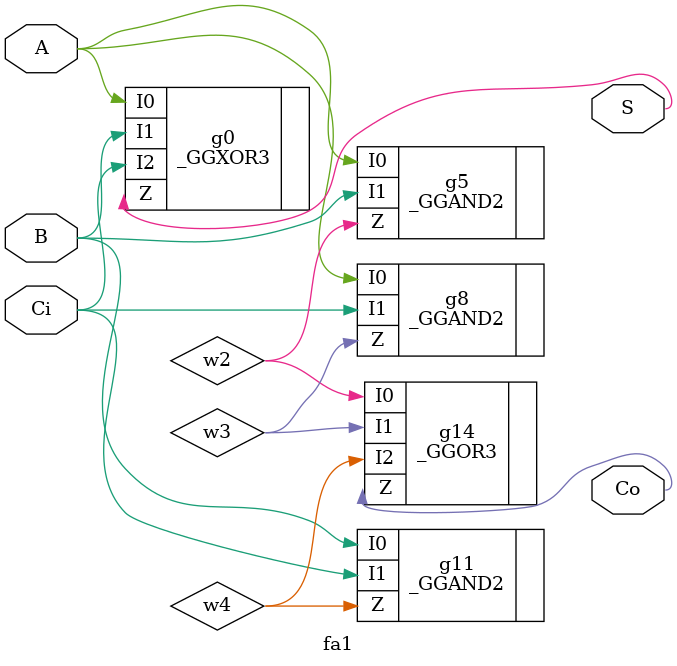
<source format=v>

`timescale 1ns/1ns

module main;    //: root_module
reg [19:0] w6;    //: /sn:0 {0}(#:750,299)(719,299){1}
//: {2}(#:717,297)(717,259){3}
//: {4}(719,257)(728,257){5}
//: {6}(#:717,255)(717,215)(729,215){7}
//: {8}(717,301)(717,329){9}
reg [19:0] w7;    //: /sn:0 {0}(#:616,297)(657,297){1}
//: {2}(659,295)(659,259){3}
//: {4}(#:659,255)(659,219)(637,219){5}
//: {6}(657,257)(637,257){7}
//: {8}(659,299)(#:659,329){9}
reg w0;    //: /sn:0 {0}(763,358)(738,358){1}
wire [19:0] w4;    //: /sn:0 {0}(#:706,435)(706,425)(691,425)(691,414){1}
//: {2}(691,410)(691,395){3}
//: {4}(#:689,412)(575,412)(575,435){5}
wire w3;    //: /sn:0 {0}(576,376)(626,376)(626,377)(638,377){1}
wire w1;    //: /sn:0 {0}(623,361)(638,361){1}
//: enddecls

  //: SWITCH g8 (w0) @(781,358) /sn:0 /R:2 /w:[ 0 ] /st:0 /dn:0
  //: LED g3 (w7) @(630,257) /sn:0 /R:1 /w:[ 7 ] /type:3
  //: joint g13 (w6) @(717, 257) /w:[ 4 6 -1 3 ]
  //: DIP g2 (w6) @(788,299) /sn:0 /R:3 /w:[ 0 ] /st:5 /dn:0
  //: joint g1 (w7) @(659, 297) /w:[ -1 2 1 8 ]
  //: DIP g16 (w7) @(578,297) /sn:0 /R:1 /w:[ 0 ] /st:1048570 /dn:0
  //: joint g11 (w7) @(659, 257) /w:[ -1 4 6 3 ]
  //: LED g10 (w7) @(630,219) /sn:0 /R:1 /w:[ 5 ] /type:2
  //: joint g6 (w6) @(717, 299) /w:[ 1 2 -1 8 ]
  //: LED g7 (w4) @(706,442) /sn:0 /R:2 /w:[ 0 ] /type:3
  //: LED g9 (w3) @(569,376) /sn:0 /R:1 /w:[ 0 ] /type:0
  //: joint g15 (w4) @(691, 412) /w:[ -1 2 4 1 ]
  //: LED g5 (w6) @(735,257) /sn:0 /R:3 /w:[ 5 ] /type:3
  //: LED g14 (w4) @(575,442) /sn:0 /R:2 /w:[ 5 ] /type:2
  SUMCLH20 g0 (.A(w7), .B(w6), .C0(w0), .C19(w1), .C20(w3), .S(w4));   //: @(639, 330) /sz:(98, 64) /sn:0 /p:[ Ti0>9 Ti1>9 Ri0>1 Lo0<1 Lo1<1 Bo0<3 ]
  //: LED g12 (w6) @(736,215) /sn:0 /R:3 /w:[ 7 ] /type:2

endmodule
//: /netlistEnd

//: /netlistBegin carry_lookahead
module carry_lookahead(G0, C2, P1, P3, C0, C4, C3, G1, G3, P2, C1, P0, G2);
//: interface  /sz:(40, 40) /bd:[ ] /pd: 0 /pi: 0 /pe: 0 /pp: 1
input G2;    //: /sn:0 {0}(703,366)(779,366){1}
//: {2}(783,366)(961,366)(961,376)(979,376){3}
//: {4}(781,368)(781,486)(851,486)(851,486)(919,486){5}
input C0;    //: /sn:0 {0}(919,448)(906,448){1}
//: {2}(904,446)(904,328){3}
//: {4}(906,326)(919,326){5}
//: {6}(904,324)(904,202){7}
//: {8}(906,200)(919,200){9}
//: {10}(904,198)(904,121)(703,121){11}
//: {12}(904,450)(904,580)(911,580)(911,580)(919,580){13}
input P1;    //: /sn:0 {0}(919,539)(882,539)(882,539)(847,539){1}
//: {2}(845,537)(845,440){3}
//: {4}(847,438)(919,438){5}
//: {6}(845,436)(845,410){7}
//: {8}(847,408)(919,408){9}
//: {10}(845,406)(845,318){11}
//: {12}(847,316)(919,316){13}
//: {14}(845,314)(845,292){15}
//: {16}(847,290)(919,290){17}
//: {18}(845,288)(845,254)(703,254){19}
//: {20}(845,541)(845,570)(882,570)(882,570)(919,570){21}
output C3;    //: /sn:0 {0}(1000,383)(1033,383){1}
input G0;    //: /sn:0 {0}(919,413)(868,413){1}
//: {2}(866,411)(866,297){3}
//: {4}(868,295)(919,295){5}
//: {6}(866,293)(866,187){7}
//: {8}(868,185)(944,185)(944,193)(959,193){9}
//: {10}(864,185)(703,185){11}
//: {12}(866,415)(866,544)(893,544)(893,544)(919,544){13}
output C4;    //: /sn:0 {0}(1029,489)(999,489){1}
output C2;    //: /sn:0 {0}(994,293)(1003,293)(1003,293)(1019,293){1}
input P3;    //: /sn:0 {0}(919,503)(838,503)(838,503)(756,503){1}
//: {2}(754,501)(754,483){3}
//: {4}(756,481)(838,481)(838,481)(919,481){5}
//: {6}(754,479)(754,443)(703,443){7}
//: {8}(754,505)(754,527){9}
//: {10}(756,529)(837,529)(837,529)(919,529){11}
//: {12}(754,531)(754,560)(836,560)(836,560)(919,560){13}
input G1;    //: /sn:0 {0}(919,383)(827,383){1}
//: {2}(825,381)(825,278){3}
//: {4}(827,276)(951,276)(951,288)(973,288){5}
//: {6}(823,276)(703,276){7}
//: {8}(825,385)(825,513)(873,513)(873,513)(919,513){9}
input G3;    //: /sn:0 {0}(703,468)(958,468)(958,479)(978,479){1}
input P0;    //: /sn:0 {0}(919,443)(889,443){1}
//: {2}(887,441)(887,323){3}
//: {4}(889,321)(919,321){5}
//: {6}(887,319)(887,197){7}
//: {8}(889,195)(919,195){9}
//: {10}(887,193)(887,164)(703,164){11}
//: {12}(887,445)(887,575)(903,575)(903,575)(919,575){13}
output C1;    //: /sn:0 {0}(1019,196)(980,196){1}
input P2;    //: /sn:0 {0}(919,508)(863,508)(863,508)(806,508){1}
//: {2}(804,506)(804,435){3}
//: {4}(806,433)(919,433){5}
//: {6}(804,431)(804,405){7}
//: {8}(806,403)(919,403){9}
//: {10}(804,401)(804,380){11}
//: {12}(806,378)(919,378){13}
//: {14}(804,376)(804,344)(703,344){15}
//: {16}(804,510)(804,532){17}
//: {18}(806,534)(862,534)(862,534)(919,534){19}
//: {20}(804,536)(804,565)(861,565)(861,565)(919,565){21}
wire w6;    //: /sn:0 {0}(940,408)(953,408)(953,386)(979,386){1}
wire w7;    //: /sn:0 {0}(940,440)(964,440)(964,391)(979,391){1}
wire w4;    //: /sn:0 {0}(973,298)(962,298)(962,321)(940,321){1}
wire w3;    //: /sn:0 {0}(973,293)(940,293){1}
wire w0;    //: /sn:0 {0}(959,198)(940,198){1}
wire w11;    //: /sn:0 {0}(940,570)(968,570)(968,499)(978,499){1}
wire w2;    //: /sn:0 {0}(940,381)(979,381){1}
wire w10;    //: /sn:0 {0}(940,536)(956,536)(956,494)(978,494){1}
wire w5;    //: /sn:0 {0}(940,484)(959,484)(959,484)(978,484){1}
wire w9;    //: /sn:0 {0}(940,508)(951,508)(951,489)(978,489){1}
//: enddecls

  //: joint g61 (P3) @(754, 503) /w:[ 1 2 -1 8 ]
  //: IN g13 (G0) @(701,185) /sn:0 /w:[ 11 ]
  //: OUT g37 (C2) @(1016,293) /sn:0 /w:[ 1 ]
  //: joint g34 (C0) @(904, 326) /w:[ 4 6 -1 3 ]
  //: joint g51 (P0) @(887, 443) /w:[ 1 2 -1 12 ]
  _GGOR5 #(12) g55 (.I0(G3), .I1(w5), .I2(w9), .I3(w10), .I4(w11), .Z(C4));   //: @(989,489) /sn:0 /w:[ 1 1 1 1 1 1 ]
  //: joint g58 (P3) @(754, 481) /w:[ 4 6 -1 3 ]
  //: comment g76 @(1058,481) /sn:0
  //: /line:"= G3+P3*G2+P3*P2*G1+P3*P2*P1*G0+P3*P2*P1*P0*C0"
  //: /end
  //: joint g65 (P3) @(754, 529) /w:[ 10 9 -1 12 ]
  _GGAND4 #(10) g64 (.I0(P3), .I1(P2), .I2(P1), .I3(G0), .Z(w10));   //: @(930,536) /sn:0 /w:[ 11 19 0 13 0 ]
  //: IN g16 (P1) @(701,254) /sn:0 /w:[ 19 ]
  _GGAND2 #(6) g28 (.I0(P1), .I1(G0), .Z(w3));   //: @(930,293) /sn:0 /w:[ 17 5 1 ]
  //: joint g50 (P1) @(845, 438) /w:[ 4 6 -1 3 ]
  //: IN g19 (P3) @(701,443) /sn:0 /w:[ 7 ]
  //: comment g27 @(1052,189) /sn:0
  //: /line:"= G0+P0*C0"
  //: /end
  //: joint g32 (P1) @(845, 316) /w:[ 12 14 -1 11 ]
  _GGAND5 #(12) g69 (.I0(P3), .I1(P2), .I2(P1), .I3(P0), .I4(C0), .Z(w11));   //: @(930,570) /sn:0 /w:[ 13 21 21 13 13 0 ]
  //: IN g6 (C0) @(701,121) /sn:0 /w:[ 11 ]
  //: comment g38 @(1055,286) /sn:0
  //: /line:"= G1+P1*G0+P1*P0*C0"
  //: /end
  //: OUT g75 (C4) @(1026,489) /sn:0 /w:[ 0 ]
  //: OUT g53 (C3) @(1030,383) /sn:0 /w:[ 1 ]
  _GGAND2 #(6) g57 (.I0(P3), .I1(G2), .Z(w5));   //: @(930,484) /sn:0 /w:[ 5 5 0 ]
  //: IN g15 (G1) @(701,276) /sn:0 /w:[ 7 ]
  //: IN g20 (G3) @(701,468) /sn:0 /w:[ 0 ]
  _GGAND3 #(8) g31 (.I0(P1), .I1(P0), .I2(C0), .Z(w4));   //: @(930,321) /sn:0 /w:[ 13 5 5 1 ]
  //: joint g67 (P1) @(845, 539) /w:[ 1 2 -1 20 ]
  _GGOR4 #(10) g39 (.I0(G2), .I1(w2), .I2(w6), .I3(w7), .Z(C3));   //: @(990,383) /sn:0 /w:[ 3 1 1 1 0 ]
  //: joint g43 (G1) @(825, 383) /w:[ 1 2 -1 8 ]
  _GGAND4 #(10) g48 (.I0(P2), .I1(P1), .I2(P0), .I3(C0), .Z(w7));   //: @(930,440) /sn:0 /w:[ 5 5 0 0 0 ]
  //: IN g17 (P2) @(701,344) /sn:0 /w:[ 15 ]
  //: joint g25 (G0) @(866, 185) /w:[ 8 -1 10 7 ]
  //: joint g29 (P1) @(845, 290) /w:[ 16 18 -1 15 ]
  //: joint g62 (P2) @(804, 508) /w:[ 1 2 -1 16 ]
  //: joint g42 (P2) @(804, 378) /w:[ 12 14 -1 11 ]
  //: joint g52 (C0) @(904, 448) /w:[ 1 2 -1 12 ]
  _GGAND3 #(8) g44 (.I0(P2), .I1(P1), .I2(G0), .Z(w6));   //: @(930,408) /sn:0 /w:[ 9 9 0 0 ]
  //: joint g47 (G0) @(866, 413) /w:[ 1 2 -1 12 ]
  _GGAND2 #(6) g21 (.I0(P0), .I1(C0), .Z(w0));   //: @(930,198) /sn:0 /w:[ 9 9 1 ]
  _GGOR2 #(6) g24 (.I0(G0), .I1(w0), .Z(C1));   //: @(970,196) /sn:0 /w:[ 9 0 1 ]
  //: joint g36 (G1) @(825, 276) /w:[ 4 -1 6 3 ]
  //: joint g23 (C0) @(904, 200) /w:[ 8 10 -1 7 ]
  _GGAND2 #(6) g41 (.I0(P2), .I1(G1), .Z(w2));   //: @(930,381) /sn:0 /w:[ 13 0 0 ]
  //: joint g40 (G2) @(781, 366) /w:[ 2 -1 1 4 ]
  //: comment g54 @(1061,375) /sn:0
  //: /line:"= G2+P2*G1+P2*P1*G0+P2*P1*P0*C0"
  //: /end
  _GGAND3 #(8) g60 (.I0(P3), .I1(P2), .I2(G1), .Z(w9));   //: @(930,508) /sn:0 /w:[ 0 0 9 0 ]
  //: OUT g26 (C1) @(1016,196) /sn:0 /w:[ 0 ]
  _GGOR3 #(8) g35 (.I0(G1), .I1(w3), .I2(w4), .Z(C2));   //: @(984,293) /sn:0 /w:[ 5 0 0 0 ]
  //: joint g22 (P0) @(887, 195) /w:[ 8 10 -1 7 ]
  //: joint g45 (P2) @(804, 403) /w:[ 8 10 -1 7 ]
  //: joint g46 (P1) @(845, 408) /w:[ 8 10 -1 7 ]
  //: joint g66 (P2) @(804, 534) /w:[ 18 17 -1 20 ]
  //: IN g12 (P0) @(701,164) /sn:0 /w:[ 11 ]
  //: IN g18 (G2) @(701,366) /sn:0 /w:[ 0 ]
  //: joint g30 (G0) @(866, 295) /w:[ 4 6 -1 3 ]
  //: joint g33 (P0) @(887, 321) /w:[ 4 6 -1 3 ]
  //: joint g49 (P2) @(804, 433) /w:[ 4 6 -1 3 ]

endmodule
//: /netlistEnd

//: /netlistBegin SUM4
module SUM4(A, S, C0, B, G4, C3, C4, P4);
//: interface  /sz:(60, 60) /bd:[ Ti0>B[3:0](49/60) Ti1>A[3:0](8/60) Ri0>C0(28/60) Lo0<C4(36/60) Lo1<C3(21/60) Bo0<S[3:0](51/60) Bo1<P4(32/60) Bo2<G4(11/60) ] /pd: 0 /pi: 0 /pe: 0 /pp: 1
output P4;    //: /sn:0 {0}(1027,742)(945,742){1}
input [3:0] B;    //: /sn:0 {0}(#:378,110)(#:425,110){1}
input C0;    //: /sn:0 {0}(919,200)(906,200){1}
//: {2}(904,198)(904,114)(659,114){3}
//: {4}(655,114)(642,114)(642,114)(627,114){5}
//: {6}(657,116)(657,133)(689,133){7}
//: {8}(904,202)(904,330){9}
//: {10}(906,332)(919,332){11}
//: {12}(904,334)(904,493){13}
//: {14}(906,495)(919,495){15}
//: {16}(904,497)(904,693)(919,693){17}
input [3:0] A;    //: /sn:0 {0}(#:376,180)(#:423,180){1}
output C3;    //: /sn:0 {0}(693,531)(669,531)(669,510)(99:1017,510)(1017,432){1}
//: {2}(1019,430)(1071,430){3}
//: {4}(1015,430)(1000,430){5}
output C4;    //: /sn:0 {0}(1038,602)(1023,602)(1023,602)(999,602){1}
output G4;    //: /sn:0 {0}(1027,787)(1000,787){1}
output [3:0] S;    //: {0}(50:1178,153)(#:1137,153){1}
wire A0;    //: /sn:0 {0}(429,165)(655,165){1}
//: {2}(659,165)(675,165)(675,165)(689,165){3}
//: {4}(657,163)(657,143)(689,143){5}
//: {6}(657,167)(657,187)(689,187){7}
wire w6;    //: /sn:0 {0}(940,455)(953,455)(953,433)(979,433){1}
wire S1;    //: /sn:0 {0}(712,235)(1025,235)(1025,148)(1131,148){1}
wire w7;    //: /sn:0 {0}(940,487)(964,487)(964,438)(979,438){1}
wire G2;    //: {0}(919,599)(783,599){1}
//: {2}(781,597)(781,417){3}
//: {4}(783,415)(963,415)(963,423)(979,423){5}
//: {6}(44:779,415)(711,415){7}
//: {8}(781,601)(781,787)(925,787){9}
wire w14;    //: /sn:0 {0}(946,842)(962,842)(962,795)(979,795){1}
wire P1;    //: {0}(924,745)(847,745){1}
//: {2}(845,743)(845,685){3}
//: {4}(847,683)(919,683){5}
//: {6}(845,681)(845,654){7}
//: {8}(847,652)(882,652)(882,652)(919,652){9}
//: {10}(845,650)(845,487){11}
//: {12}(847,485)(919,485){13}
//: {14}(845,483)(845,457){15}
//: {16}(847,455)(919,455){17}
//: {18}(845,453)(845,324){19}
//: {20}(847,322)(919,322){21}
//: {22}(845,320)(845,298){23}
//: {24}(847,296)(919,296){25}
//: {26}(845,294)(79:845,260)(712,260){27}
//: {28}(845,747)(845,845)(925,845){29}
wire w4;    //: /sn:0 {0}(973,304)(962,304)(962,327)(940,327){1}
wire A3;    //: /sn:0 {0}(429,195)(459,195)(459,563)(659,563){1}
//: {2}(663,563)(679,563)(679,563)(693,563){3}
//: {4}(661,561)(661,541)(693,541){5}
//: {6}(661,565)(661,585)(693,585){7}
wire w3;    //: /sn:0 {0}(973,299)(940,299){1}
wire w0;    //: /sn:0 {0}(959,198)(940,198){1}
wire A2;    //: /sn:0 {0}(429,185)(475,185)(475,395)(656,395){1}
//: {2}(660,395)(676,395)(676,395)(690,395){3}
//: {4}(658,393)(658,373)(690,373){5}
//: {6}(658,397)(658,417)(690,417){7}
wire G0;    //: {0}(959,193)(944,193)(944,185)(868,185){1}
//: {2}(55:864,185)(710,185){3}
//: {4}(866,187)(866,299){5}
//: {6}(868,301)(919,301){7}
//: {8}(866,303)(866,458){9}
//: {10}(868,460)(919,460){11}
//: {12}(866,462)(866,655){13}
//: {14}(868,657)(919,657){15}
//: {16}(866,659)(866,850)(925,850){17}
wire B2;    //: /sn:0 {0}(690,368)(677,368)(677,368)(672,368){1}
//: {2}(668,368)(547,368)(547,115)(431,115){3}
//: {4}(670,370)(670,388){5}
//: {6}(670,392)(670,412)(690,412){7}
//: {8}(672,390)(682,390)(682,390)(690,390){9}
wire C2;    //: {0}(690,363)(674,363)(674,348)(75:1003,348)(1003,299)(994,299){1}
wire B1;    //: /sn:0 {0}(691,257)(683,257)(683,257)(673,257){1}
//: {2}(671,255)(671,237){3}
//: {4}(673,235)(678,235)(678,235)(691,235){5}
//: {6}(669,235)(565,235)(565,105)(431,105){7}
//: {8}(671,259)(671,279)(691,279){9}
wire S0;    //: /sn:0 {0}(710,138)(1131,138){1}
wire P3;    //: {0}(55:714,561)(754,561)(754,592){1}
//: {2}(756,594)(838,594)(838,594)(919,594){3}
//: {4}(754,596)(754,614){5}
//: {6}(756,616)(838,616)(838,616)(919,616){7}
//: {8}(754,618)(754,640){9}
//: {10}(756,642)(837,642)(837,642)(919,642){11}
//: {12}(754,644)(754,671){13}
//: {14}(756,673)(919,673){15}
//: {16}(754,675)(754,733){17}
//: {18}(756,735)(924,735){19}
//: {20}(754,737)(754,780){21}
//: {22}(756,782)(925,782){23}
//: {24}(754,784)(754,803){25}
//: {26}(756,805)(925,805){27}
//: {28}(754,807)(754,835)(925,835){29}
wire w8;    //: /sn:0 {0}(946,785)(979,785){1}
wire G1;    //: {0}(973,294)(951,294)(951,282)(827,282){1}
//: {2}(75:823,282)(712,282){3}
//: {4}(825,284)(825,428){5}
//: {6}(827,430)(919,430){7}
//: {8}(825,432)(825,624){9}
//: {10}(827,626)(919,626){11}
//: {12}(825,628)(825,815)(925,815){13}
wire w11;    //: /sn:0 {0}(940,683)(968,683)(968,612)(978,612){1}
wire w2;    //: /sn:0 {0}(940,428)(979,428){1}
wire G3;    //: {0}(10:714,583)(730,583){1}
//: {2}(734,583)(960,583)(960,592)(978,592){3}
//: {4}(732,585)(732,767)(965,767)(965,780)(979,780){5}
wire w10;    //: /sn:0 {0}(940,649)(956,649)(956,607)(978,607){1}
wire A1;    //: /sn:0 {0}(429,175)(498,175)(498,262)(657,262){1}
//: {2}(661,262)(677,262)(677,262)(691,262){3}
//: {4}(659,260)(659,240)(691,240){5}
//: {6}(659,264)(659,284)(691,284){7}
wire w13;    //: /sn:0 {0}(946,810)(955,810)(955,790)(979,790){1}
wire P0;    //: {0}(39:710,163)(887,163)(887,193){1}
//: {2}(889,195)(919,195){3}
//: {4}(887,197)(887,325){5}
//: {6}(889,327)(919,327){7}
//: {8}(887,329)(887,488){9}
//: {10}(889,490)(919,490){11}
//: {12}(887,492)(887,686){13}
//: {14}(889,688)(919,688){15}
//: {16}(887,690)(887,750)(924,750){17}
wire w5;    //: /sn:0 {0}(940,597)(959,597)(959,597)(978,597){1}
wire B3;    //: /sn:0 {0}(693,536)(680,536)(680,536)(675,536){1}
//: {2}(671,536)(530,536)(530,125)(431,125){3}
//: {4}(673,538)(673,556){5}
//: {6}(673,560)(673,580)(693,580){7}
//: {8}(675,558)(685,558)(685,558)(693,558){9}
wire C1;    //: {0}(691,230)(682,230)(682,217)(90:990,217)(990,196)(980,196){1}
wire S3;    //: /sn:0 {0}(714,536)(1055,536)(1055,168)(1131,168){1}
wire w9;    //: /sn:0 {0}(940,621)(951,621)(951,602)(978,602){1}
wire B0;    //: /sn:0 {0}(689,160)(681,160)(681,160)(671,160){1}
//: {2}(669,158)(669,140){3}
//: {4}(671,138)(676,138)(676,138)(689,138){5}
//: {6}(667,138)(585,138)(585,95)(431,95){7}
//: {8}(669,162)(669,182)(689,182){9}
wire P2;    //: {0}(919,425)(806,425){1}
//: {2}(804,423)(79:804,393)(711,393){3}
//: {4}(804,427)(804,448){5}
//: {6}(806,450)(919,450){7}
//: {8}(804,452)(804,478){9}
//: {10}(806,480)(919,480){11}
//: {12}(804,482)(804,619){13}
//: {14}(806,621)(863,621)(863,621)(919,621){15}
//: {16}(804,623)(804,645){17}
//: {18}(806,647)(862,647)(862,647)(919,647){19}
//: {20}(804,649)(804,676){21}
//: {22}(806,678)(919,678){23}
//: {24}(804,680)(804,738){25}
//: {26}(806,740)(924,740){27}
//: {28}(804,742)(804,808){29}
//: {30}(806,810)(925,810){31}
//: {32}(804,812)(804,840)(925,840){33}
wire S2;    //: /sn:0 {0}(711,368)(1039,368)(1039,158)(1131,158){1}
//: enddecls

  //: joint g61 (P3) @(754, 616) /w:[ 6 5 -1 8 ]
  //: IN g8 (A) @(374,180) /sn:0 /w:[ 0 ]
  //: OUT g4 (S) @(1175,153) /sn:0 /w:[ 0 ]
  //: joint g86 (A3) @(661, 563) /w:[ 2 4 1 6 ]
  //: joint g13 (B1) @(671, 235) /w:[ 4 -1 6 3 ]
  //: IN g3 (C0) @(625,114) /sn:0 /w:[ 5 ]
  //: joint g34 (C0) @(904, 332) /w:[ 10 9 -1 12 ]
  //: joint g51 (P0) @(887, 490) /w:[ 10 9 -1 12 ]
  _GGOR5 #(12) g55 (.I0(G3), .I1(w5), .I2(w9), .I3(w10), .I4(w11), .Z(C4));   //: @(989,602) /sn:0 /w:[ 3 1 1 1 1 1 ]
  //: joint g58 (P3) @(754, 594) /w:[ 2 1 -1 4 ]
  //: joint g89 (P2) @(804, 810) /w:[ 30 29 -1 32 ]
  //: joint g65 (P3) @(754, 642) /w:[ 10 9 -1 12 ]
  //: joint g76 (P3) @(754, 735) /w:[ 18 17 -1 20 ]
  //: IN g2 (B) @(376,110) /sn:0 /w:[ 0 ]
  _GGXOR3 #(11) g59 (.I0(C0), .I1(B0), .I2(A0), .Z(S0));   //: @(700,138) /sn:0 /w:[ 7 5 5 0 ]
  _GGOR2 #(6) g72 (.I0(B1), .I1(A1), .Z(P1));   //: @(702,260) /sn:0 /w:[ 0 3 27 ]
  assign S = {S3, S2, S1, S0}; //: CONCAT g1  @(1136,153) /sn:0 /w:[ 1 1 1 1 1 ] /dr:1 /tp:0 /drp:1
  _GGAND4 #(10) g64 (.I0(P3), .I1(P2), .I2(P1), .I3(G0), .Z(w10));   //: @(930,649) /sn:0 /w:[ 11 19 9 15 0 ]
  //: OUT g98 (G4) @(1024,787) /sn:0 /w:[ 0 ]
  //: joint g99 (P0) @(887, 688) /w:[ 14 13 -1 16 ]
  //: joint g16 (B2) @(670, 368) /w:[ 1 -1 2 4 ]
  _GGXOR3 #(11) g11 (.I0(C1), .I1(B1), .I2(A1), .Z(S1));   //: @(702,235) /sn:0 /w:[ 0 5 5 0 ]
  //: joint g96 (P2) @(804, 740) /w:[ 26 25 -1 28 ]
  //: joint g103 (P3) @(754, 673) /w:[ 14 13 -1 16 ]
  _GGAND2 #(6) g78 (.I0(B2), .I1(A2), .Z(G2));   //: @(701,415) /sn:0 /w:[ 7 7 7 ]
  //: joint g10 (B0) @(669, 138) /w:[ 4 -1 6 3 ]
  _GGAND2 #(6) g28 (.I0(P1), .I1(G0), .Z(w3));   //: @(930,299) /sn:0 /w:[ 25 7 1 ]
  //: joint g50 (P1) @(845, 485) /w:[ 12 14 -1 11 ]
  _GGOR2 #(6) g27 (.I0(B2), .I1(A2), .Z(P2));   //: @(701,393) /sn:0 /w:[ 9 3 3 ]
  //: joint g32 (P1) @(845, 322) /w:[ 20 22 -1 19 ]
  //: joint g102 (P2) @(804, 678) /w:[ 22 21 -1 24 ]
  //: OUT g6 (C3) @(1068,430) /sn:0 /w:[ 3 ]
  _GGAND5 #(12) g69 (.I0(P3), .I1(P2), .I2(P1), .I3(P0), .I4(C0), .Z(w11));   //: @(930,683) /sn:0 /w:[ 15 23 5 15 17 0 ]
  //: joint g38 (P3) @(754, 805) /w:[ 26 25 -1 28 ]
  //: joint g9 (C0) @(657, 114) /w:[ 3 -1 4 6 ]
  //: joint g7 (A0) @(657, 165) /w:[ 2 4 1 6 ]
  //: OUT g75 (C4) @(1035,602) /sn:0 /w:[ 0 ]
  _GGAND2 #(6) g57 (.I0(P3), .I1(G2), .Z(w5));   //: @(930,597) /sn:0 /w:[ 3 0 0 ]
  //: joint g71 (B1) @(671, 257) /w:[ 2 -1 8 1 ]
  _GGAND3 #(8) g31 (.I0(P1), .I1(P0), .I2(C0), .Z(w4));   //: @(930,327) /sn:0 /w:[ 21 7 11 1 ]
  //: comment g20 @(1067,780) /sn:0
  //: /line:"= G3+P3*G2+P3*P2*G1+P3*P2*P1*G0"
  //: /end
  assign {A3, A2, A1, A0} = A; //: CONCAT g15  @(424,180) /sn:0 /R:2 /w:[ 0 0 0 0 1 ] /dr:0 /tp:0 /drp:0
  _GGXOR3 #(11) g68 (.I0(C2), .I1(B2), .I2(A2), .Z(S2));   //: @(701,368) /sn:0 /w:[ 0 0 5 0 ]
  //: joint g67 (P1) @(845, 652) /w:[ 8 10 -1 7 ]
  _GGOR4 #(10) g39 (.I0(G2), .I1(w2), .I2(w6), .I3(w7), .Z(C3));   //: @(990,430) /sn:0 /w:[ 5 1 1 1 5 ]
  //: joint g43 (G1) @(825, 430) /w:[ 6 5 -1 8 ]
  _GGAND4 #(10) g48 (.I0(P2), .I1(P1), .I2(P0), .I3(C0), .Z(w7));   //: @(930,487) /sn:0 /w:[ 11 13 11 15 0 ]
  //: joint g17 (G2) @(781, 415) /w:[ 4 -1 6 3 ]
  //: joint g73 (B2) @(670, 390) /w:[ 5 -1 6 8 ]
  //: joint g25 (G0) @(866, 185) /w:[ 1 -1 2 4 ]
  //: joint g29 (P1) @(845, 296) /w:[ 24 26 -1 23 ]
  //: joint g62 (P2) @(804, 621) /w:[ 14 13 -1 16 ]
  //: comment g88 @(1067,734) /sn:0
  //: /line:"= P3*P2*P1*P0"
  //: /end
  //: joint g104 (G3) @(732, 583) /w:[ 2 -1 1 4 ]
  //: joint g63 (A1) @(659, 262) /w:[ 2 4 1 6 ]
  //: joint g42 (P2) @(804, 425) /w:[ 1 2 -1 4 ]
  //: joint g52 (C0) @(904, 495) /w:[ 14 13 -1 16 ]
  assign {B3, B2, B1, B0} = B; //: CONCAT g106  @(426,110) /sn:0 /R:2 /w:[ 3 3 7 7 1 ] /dr:0 /tp:0 /drp:0
  //: joint g74 (A2) @(658, 395) /w:[ 2 4 1 6 ]
  //: joint g100 (G0) @(866, 657) /w:[ 14 13 -1 16 ]
  //: joint g5 (G1) @(825, 626) /w:[ 10 9 -1 12 ]
  //: joint g56 (B0) @(669, 160) /w:[ 2 -1 8 1 ]
  _GGAND2 #(6) g14 (.I0(B0), .I1(A0), .Z(G0));   //: @(700,185) /sn:0 /w:[ 9 7 3 ]
  //: joint g80 (B3) @(673, 536) /w:[ 1 -1 2 4 ]
  _GGAND3 #(8) g44 (.I0(P2), .I1(P1), .I2(G0), .Z(w6));   //: @(930,455) /sn:0 /w:[ 7 17 11 0 ]
  //: joint g47 (G0) @(866, 460) /w:[ 10 9 -1 12 ]
  _GGAND3 #(8) g94 (.I0(P3), .I1(P2), .I2(G1), .Z(w13));   //: @(936,810) /sn:0 /w:[ 27 31 13 0 ]
  //: joint g95 (P1) @(845, 745) /w:[ 1 2 -1 28 ]
  //: joint g85 (B3) @(673, 558) /w:[ 5 -1 6 8 ]
  _GGXOR3 #(11) g84 (.I0(C3), .I1(B3), .I2(A3), .Z(S3));   //: @(704,536) /sn:0 /w:[ 0 0 5 0 ]
  _GGAND2 #(6) g21 (.I0(P0), .I1(C0), .Z(w0));   //: @(930,198) /sn:0 /w:[ 3 0 1 ]
  _GGOR2 #(6) g24 (.I0(G0), .I1(w0), .Z(C1));   //: @(970,196) /sn:0 /w:[ 0 0 1 ]
  //: joint g36 (G1) @(825, 282) /w:[ 1 -1 2 4 ]
  _GGOR4 #(10) g92 (.I0(G3), .I1(w8), .I2(w13), .I3(w14), .Z(G4));   //: @(990,787) /sn:0 /w:[ 5 1 1 1 1 ]
  //: joint g105 (G2) @(781, 599) /w:[ 1 2 -1 8 ]
  //: joint g23 (C0) @(904, 200) /w:[ 1 2 -1 8 ]
  _GGAND2 #(6) g41 (.I0(P2), .I1(G1), .Z(w2));   //: @(930,428) /sn:0 /w:[ 0 7 0 ]
  _GGAND2 #(6) g81 (.I0(B3), .I1(A3), .Z(G3));   //: @(704,583) /sn:0 /w:[ 7 7 0 ]
  _GGAND3 #(8) g60 (.I0(P3), .I1(P2), .I2(G1), .Z(w9));   //: @(930,621) /sn:0 /w:[ 7 15 11 0 ]
  //: joint g54 (P3) @(754, 782) /w:[ 22 21 -1 24 ]
  //: OUT g93 (P4) @(1024,742) /sn:0 /w:[ 0 ]
  //: joint g101 (P1) @(845, 683) /w:[ 4 6 -1 3 ]
  _GGAND2 #(6) g70 (.I0(B1), .I1(A1), .Z(G1));   //: @(702,282) /sn:0 /w:[ 9 7 3 ]
  _GGOR2 #(6) g0 (.I0(B0), .I1(A0), .Z(P0));   //: @(700,163) /sn:0 /w:[ 0 3 0 ]
  _GGOR3 #(8) g35 (.I0(G1), .I1(w3), .I2(w4), .Z(C2));   //: @(984,299) /sn:0 /w:[ 0 0 0 1 ]
  //: joint g22 (P0) @(887, 195) /w:[ 2 1 -1 4 ]
  //: joint g45 (P2) @(804, 450) /w:[ 6 5 -1 8 ]
  //: joint g46 (P1) @(845, 455) /w:[ 16 18 -1 15 ]
  _GGAND4 #(10) g90 (.I0(P3), .I1(P2), .I2(P1), .I3(P0), .Z(P4));   //: @(935,742) /sn:0 /w:[ 19 27 0 17 1 ]
  _GGOR2 #(6) g82 (.I0(B3), .I1(A3), .Z(P3));   //: @(704,561) /sn:0 /w:[ 9 3 0 ]
  //: joint g66 (P2) @(804, 647) /w:[ 18 17 -1 20 ]
  _GGAND4 #(10) g97 (.I0(P3), .I1(P2), .I2(P1), .I3(G0), .Z(w14));   //: @(936,842) /sn:0 /w:[ 29 33 29 17 0 ]
  //: joint g12 (C3) @(1017, 430) /w:[ 2 -1 4 1 ]
  //: joint g30 (G0) @(866, 301) /w:[ 6 5 -1 8 ]
  //: joint g33 (P0) @(887, 327) /w:[ 6 5 -1 8 ]
  _GGAND2 #(6) g91 (.I0(P3), .I1(G2), .Z(w8));   //: @(936,785) /sn:0 /w:[ 23 9 0 ]
  //: joint g49 (P2) @(804, 480) /w:[ 10 9 -1 12 ]

endmodule
//: /netlistEnd

//: /netlistBegin SUMCLH20
module SUMCLH20(S, C0, C20, B, A, C19);
//: interface  /sz:(98, 64) /bd:[ Ti0>A[19:0](20/98) Ti1>B[19:0](78/98) Ri0>C0(28/64) Lo0<C19(31/64) Lo1<C20(47/64) Bo0<S[19:0](52/98) ] /pd: 0 /pi: 0 /pe: 1 /pp: 1
input [19:0] B;    //: /sn:0 {0}(#:804,-42)(#:804,-75){1}
output C20;    //: /sn:0 {0}(352,122)(297,122){1}
input C0;    //: /sn:0 {0}(833,255)(852,255)(852,118){1}
//: {2}(854,116)(871,116){3}
//: {4}(850,116)(842,116)(842,117)(836,117){5}
input [19:0] A;    //: /sn:0 {0}(#:372,-43)(#:372,-76){1}
output C19;    //: /sn:0 {0}(295,101)(335,101)(335,107)(352,107){1}
output [19:0] S;    //: /sn:0 {0}(928,174)(#:895,174){1}
wire w6;    //: /sn:0 {0}(677,150)(677,213)(663,213)(663,223){1}
wire w32;    //: /sn:0 {0}(385,156)(385,147){1}
wire w7;    //: /sn:0 {0}(786,150)(786,210)(770,210)(770,223){1}
wire [3:0] w16;    //: /sn:0 {0}(824,-36)(#:824,88){1}
wire w14;    //: /sn:0 {0}(431,254)(416,254){1}
wire [3:0] w19;    //: /sn:0 {0}(889,154)(826,154)(#:826,150){1}
wire [3:0] w15;    //: /sn:0 {0}(392,-37)(392,27)(#:783,27)(#:783,88){1}
wire w4;    //: /sn:0 {0}(473,148)(473,207)(459,207)(459,223){1}
wire w3;    //: /sn:0 {0}(807,150)(807,223){1}
wire w0;    //: /sn:0 {0}(494,223)(494,148){1}
wire [3:0] w34;    //: /sn:0 {0}(#:362,-37)(362,63)(470,63)(#:470,86){1}
wire w21;    //: /sn:0 {0}(665,125)(660,125)(660,137){1}
wire w31;    //: /sn:0 {0}(364,147)(364,158){1}
wire [3:0] w28;    //: /sn:0 {0}(#:889,174)(613,174)(#:613,149){1}
wire w36;    //: /sn:0 {0}(461,123)(456,123)(456,135){1}
wire [3:0] w23;    //: /sn:0 {0}(#:372,-37)(372,54)(570,54)(#:570,87){1}
wire [3:0] w20;    //: /sn:0 {0}(#:804,-36)(804,3)(611,3)(#:611,87){1}
wire w24;    //: /sn:0 {0}(446,108)(461,108){1}
wire w1;    //: /sn:0 {0}(594,223)(594,149){1}
wire w25;    //: /sn:0 {0}(561,124)(556,124)(556,136){1}
wire [3:0] w8;    //: /sn:0 {0}(382,-37)(382,42)(#:674,42)(#:674,88){1}
wire w18;    //: /sn:0 {0}(774,125)(767,125)(767,138){1}
wire [3:0] w35;    //: /sn:0 {0}(#:784,-36)(784,-17)(402,-17)(#:402,85){1}
wire [3:0] w40;    //: /sn:0 {0}(#:889,194)(404,194)(#:404,147){1}
wire w30;    //: /sn:0 {0}(431,239)(421,239)(421,210)(430,210)(430,114)(414,114){1}
wire [3:0] w22;    //: /sn:0 {0}(889,164)(717,164)(#:717,150){1}
wire [3:0] w17;    //: /sn:0 {0}(814,-36)(814,14)(#:715,14)(#:715,88){1}
wire w11;    //: /sn:0 {0}(727,117)(742,117)(742,204)(730,204)(730,223){1}
wire w2;    //: /sn:0 {0}(698,150)(698,223){1}
wire w12;    //: /sn:0 {0}(650,110)(665,110){1}
wire w10;    //: /sn:0 {0}(626,223)(626,203)(638,203)(638,116)(623,116){1}
wire w13;    //: /sn:0 {0}(431,270)(416,270){1}
wire w27;    //: /sn:0 {0}(546,109)(561,109){1}
wire [3:0] w33;    //: /sn:0 {0}(#:794,-36)(794,-6)(511,-6)(#:511,86){1}
wire w5;    //: /sn:0 {0}(573,149)(573,205)(562,205)(562,223){1}
wire [3:0] w29;    //: /sn:0 {0}(#:361,85)(361,71)(352,71)(#:352,-37){1}
wire w9;    //: /sn:0 {0}(523,115)(539,115)(539,203)(530,203)(530,223){1}
wire [3:0] w39;    //: /sn:0 {0}(#:889,184)(513,184)(#:513,148){1}
wire w26;    //: /sn:0 {0}(759,110)(774,110){1}
//: enddecls

  SUM4 g8 (.B(w33), .A(w34), .C0(w9), .C4(w36), .C3(w24), .S(w39), .P4(w0), .G4(w4));   //: @(462, 87) /sz:(60, 60) /sn:0 /p:[ Ti0>1 Ti1>1 Ri0>0 Lo0<0 Lo1<1 Bo0<1 Bo1<1 Bo2<0 ]
  SUM4 g4 (.B(w17), .A(w8), .C0(w11), .C4(w21), .C3(w12), .S(w22), .P4(w2), .G4(w6));   //: @(666, 89) /sz:(60, 60) /sn:0 /p:[ Ti0>1 Ti1>1 Ri0>0 Lo0<0 Lo1<1 Bo0<1 Bo1<0 Bo2<0 ]
  //: OUT g13 (S) @(925,174) /sn:0 /w:[ 0 ]
  //: joint g3 (C0) @(852, 116) /w:[ 2 -1 4 1 ]
  //: IN g2 (C0) @(873,116) /sn:0 /R:2 /w:[ 3 ]
  SUM4 g1 (.B(w16), .A(w15), .C0(C0), .C4(w18), .C3(w26), .S(w19), .P4(w3), .G4(w7));   //: @(775, 89) /sz:(60, 60) /sn:0 /p:[ Ti0>1 Ti1>1 Ri0>5 Lo0<0 Lo1<1 Bo0<1 Bo1<0 Bo2<0 ]
  //: OUT g11 (C20) @(300,122) /sn:0 /R:2 /w:[ 1 ]
  assign {w35, w33, w20, w17, w16} = B; //: CONCAT g10  @(804,-41) /sn:0 /R:1 /w:[ 0 0 0 0 0 0 ] /dr:0 /tp:0 /drp:0
  SUM4 g6 (.B(w20), .A(w23), .C0(w10), .C4(w25), .C3(w27), .S(w28), .P4(w1), .G4(w5));   //: @(562, 88) /sz:(60, 60) /sn:0 /p:[ Ti0>1 Ti1>1 Ri0>1 Lo0<0 Lo1<1 Bo0<1 Bo1<1 Bo2<0 ]
  //: IN g9 (B) @(804,-77) /sn:0 /R:3 /w:[ 1 ]
  //: IN g7 (A) @(372,-78) /sn:0 /R:3 /w:[ 1 ]
  SUM4 g15 (.B(w35), .A(w29), .C0(w30), .C4(C20), .C3(C19), .S(w40), .P4(w32), .G4(w31));   //: @(353, 86) /sz:(60, 60) /sn:0 /p:[ Ti0>1 Ti1>0 Ri0>1 Lo0<0 Lo1<1 Bo0<1 Bo1<1 Bo2<0 ]
  assign {w29, w34, w23, w8, w15} = A; //: CONCAT g5  @(372,-42) /sn:0 /R:1 /w:[ 1 0 0 0 0 0 ] /dr:0 /tp:0 /drp:0
  //: OUT g14 (C19) @(298,101) /sn:0 /R:2 /w:[ 0 ]
  CLH4 g0 (.G0(w7), .G1(w6), .G2(w5), .G3(w4), .P0(w3), .P1(w2), .P2(w1), .P3(w0), .C0(C0), .C1(w11), .C2(w10), .C3(w9), .G4(w14), .P4(w13), .C4(w30));   //: @(432, 224) /sz:(400, 60) /sn:0 /p:[ Ti0>1 Ti1>1 Ti2>1 Ti3>1 Ti4>1 Ti5>1 Ti6>0 Ti7>0 Ri0>0 To0<1 To1<0 To2<1 Lo0<0 Lo1<0 Lo2<0 ]
  assign S = {w40, w39, w28, w22, w19}; //: CONCAT g12  @(894,174) /sn:0 /w:[ 1 0 0 0 0 0 ] /dr:1 /tp:0 /drp:1

endmodule
//: /netlistEnd

//: /netlistBegin CLH4
module CLH4(G0, C2, P1, P3, C0, C4, C3, G1, G3, P2, P4, G4, C1, P0, G2);
//: interface  /sz:(400, 60) /bd:[ Ti0>P3(62/400) Ti1>P2(162/400) Ti2>P1(266/400) Ti3>P0(375/400) Ti4>G3(27/400) Ti5>G2(130/400) Ti6>G1(231/400) Ti7>G0(338/400) Ri0>C0(31/60) To0<C3(98/400) To1<C2(194/400) To2<C1(298/400) Lo0<C4(15/60) Lo1<P4(46/60) Lo2<G4(30/60) ] /pd: 0 /pi: 0 /pe: 0 /pp: 1
output P4;    //: /sn:0 {0}(1027,628)(983,628)(983,628)(945,628){1}
input G2;    //: /sn:0 {0}(703,366)(779,366){1}
//: {2}(783,366)(961,366)(961,376)(979,376){3}
//: {4}(781,368)(781,484){5}
//: {6}(783,486)(919,486){7}
//: {8}(781,488)(781,673)(925,673){9}
input C0;    //: /sn:0 {0}(919,448)(906,448){1}
//: {2}(904,446)(904,328){3}
//: {4}(906,326)(919,326){5}
//: {6}(904,324)(904,202){7}
//: {8}(906,200)(919,200){9}
//: {10}(904,198)(904,121)(703,121){11}
//: {12}(904,450)(904,580)(919,580){13}
input P1;    //: /sn:0 {0}(924,631)(847,631){1}
//: {2}(845,629)(845,572){3}
//: {4}(847,570)(919,570){5}
//: {6}(845,568)(845,541){7}
//: {8}(847,539)(919,539){9}
//: {10}(845,537)(845,440){11}
//: {12}(847,438)(919,438){13}
//: {14}(845,436)(845,410){15}
//: {16}(847,408)(919,408){17}
//: {18}(845,406)(845,318){19}
//: {20}(847,316)(919,316){21}
//: {22}(845,314)(845,292){23}
//: {24}(847,290)(919,290){25}
//: {26}(845,288)(845,254)(703,254){27}
//: {28}(845,633)(845,731)(925,731){29}
output C3;    //: /sn:0 {0}(1000,383)(1010,383)(1010,383)(1027,383){1}
input G0;    //: /sn:0 {0}(919,413)(868,413){1}
//: {2}(866,411)(866,297){3}
//: {4}(868,295)(919,295){5}
//: {6}(866,293)(866,187){7}
//: {8}(868,185)(944,185)(944,193)(959,193){9}
//: {10}(864,185)(703,185){11}
//: {12}(866,415)(866,542){13}
//: {14}(868,544)(919,544){15}
//: {16}(866,546)(866,736)(925,736){17}
output C4;    //: /sn:0 {0}(1027,489)(1012,489)(1012,489)(999,489){1}
output C2;    //: /sn:0 {0}(994,293)(1014,293)(1014,293)(1027,293){1}
input P3;    //: /sn:0 {0}(919,503)(838,503)(838,503)(756,503){1}
//: {2}(754,501)(754,483){3}
//: {4}(756,481)(838,481)(838,481)(919,481){5}
//: {6}(754,479)(754,443)(703,443){7}
//: {8}(754,505)(754,527){9}
//: {10}(756,529)(919,529){11}
//: {12}(754,531)(754,558){13}
//: {14}(756,560)(919,560){15}
//: {16}(754,562)(754,619){17}
//: {18}(756,621)(924,621){19}
//: {20}(754,623)(754,666){21}
//: {22}(756,668)(925,668){23}
//: {24}(754,670)(754,689){25}
//: {26}(756,691)(925,691){27}
//: {28}(754,693)(754,721)(925,721){29}
output G4;    //: /sn:0 {0}(1027,673)(1011,673)(1011,673)(1000,673){1}
input G1;    //: /sn:0 {0}(919,513)(827,513){1}
//: {2}(825,511)(825,385){3}
//: {4}(827,383)(919,383){5}
//: {6}(825,381)(825,278){7}
//: {8}(827,276)(951,276)(951,288)(973,288){9}
//: {10}(823,276)(703,276){11}
//: {12}(825,515)(825,701)(925,701){13}
input G3;    //: /sn:0 {0}(703,468)(730,468){1}
//: {2}(734,468)(958,468)(958,479)(978,479){3}
//: {4}(732,470)(732,652)(965,652)(965,666)(979,666){5}
output C1;    //: /sn:0 {0}(1027,196)(1007,196)(1007,196)(980,196){1}
input P0;    //: /sn:0 {0}(919,575)(889,575){1}
//: {2}(887,573)(887,445){3}
//: {4}(889,443)(919,443){5}
//: {6}(887,441)(887,323){7}
//: {8}(889,321)(919,321){9}
//: {10}(887,319)(887,197){11}
//: {12}(889,195)(919,195){13}
//: {14}(887,193)(887,164)(703,164){15}
//: {16}(887,577)(887,636)(924,636){17}
input P2;    //: /sn:0 {0}(919,508)(863,508)(863,508)(806,508){1}
//: {2}(804,506)(804,435){3}
//: {4}(806,433)(919,433){5}
//: {6}(804,431)(804,405){7}
//: {8}(806,403)(919,403){9}
//: {10}(804,401)(804,380){11}
//: {12}(806,378)(919,378){13}
//: {14}(804,376)(804,344)(703,344){15}
//: {16}(804,510)(804,532){17}
//: {18}(806,534)(919,534){19}
//: {20}(804,536)(804,563){21}
//: {22}(806,565)(919,565){23}
//: {24}(804,567)(804,624){25}
//: {26}(806,626)(924,626){27}
//: {28}(804,628)(804,694){29}
//: {30}(806,696)(925,696){31}
//: {32}(804,698)(804,726)(925,726){33}
wire w6;    //: /sn:0 {0}(940,408)(953,408)(953,386)(979,386){1}
wire w7;    //: /sn:0 {0}(940,440)(964,440)(964,391)(979,391){1}
wire w14;    //: /sn:0 {0}(946,728)(962,728)(962,681)(979,681){1}
wire w4;    //: /sn:0 {0}(973,298)(962,298)(962,321)(940,321){1}
wire w0;    //: /sn:0 {0}(959,198)(940,198){1}
wire w3;    //: /sn:0 {0}(973,293)(940,293){1}
wire w8;    //: /sn:0 {0}(946,671)(979,671){1}
wire w2;    //: /sn:0 {0}(940,381)(979,381){1}
wire w11;    //: /sn:0 {0}(940,570)(968,570)(968,499)(978,499){1}
wire w10;    //: /sn:0 {0}(940,536)(956,536)(956,494)(978,494){1}
wire w13;    //: /sn:0 {0}(946,696)(955,696)(955,676)(979,676){1}
wire w5;    //: /sn:0 {0}(940,484)(959,484)(959,484)(978,484){1}
wire w9;    //: /sn:0 {0}(940,508)(951,508)(951,489)(978,489){1}
//: enddecls

  //: joint g8 (P0) @(887, 575) /w:[ 1 2 -1 16 ]
  //: joint g4 (P1) @(845, 570) /w:[ 4 6 -1 3 ]
  //: joint g61 (P3) @(754, 503) /w:[ 1 2 -1 8 ]
  //: comment g86 @(1067,666) /sn:0
  //: /line:"= G3+P3*G2+P3*P2*G1+P3*P2*P1*G0"
  //: /end
  //: joint g3 (P2) @(804, 565) /w:[ 22 21 -1 24 ]
  //: IN g13 (G0) @(701,185) /sn:0 /w:[ 11 ]
  //: OUT g37 (C2) @(1024,293) /sn:0 /w:[ 1 ]
  //: joint g34 (C0) @(904, 326) /w:[ 4 6 -1 3 ]
  //: joint g51 (P0) @(887, 443) /w:[ 4 6 -1 3 ]
  _GGOR5 #(12) g55 (.I0(G3), .I1(w5), .I2(w9), .I3(w10), .I4(w11), .Z(C4));   //: @(989,489) /sn:0 /w:[ 3 1 1 1 1 1 ]
  //: joint g58 (P3) @(754, 481) /w:[ 4 6 -1 3 ]
  //: joint g77 (P3) @(754, 691) /w:[ 26 25 -1 28 ]
  //: joint g2 (G2) @(781, 486) /w:[ 6 5 -1 8 ]
  //: comment g76 @(1067,481) /sn:0
  //: /line:"= G3+P3*G2+P3*P2*G1+P3*P2*P1*G0+P3*P2*P1*P0*C0"
  //: /end
  //: joint g65 (P3) @(754, 529) /w:[ 10 9 -1 12 ]
  //: joint g72 (P3) @(754, 668) /w:[ 22 21 -1 24 ]
  //: joint g1 (P3) @(754, 560) /w:[ 14 13 -1 16 ]
  _GGAND4 #(10) g64 (.I0(P3), .I1(P2), .I2(P1), .I3(G0), .Z(w10));   //: @(930,536) /sn:0 /w:[ 11 19 9 15 0 ]
  //: joint g11 (P3) @(754, 621) /w:[ 18 17 -1 20 ]
  //: IN g16 (P1) @(701,254) /sn:0 /w:[ 27 ]
  //: comment g87 @(1067,620) /sn:0
  //: /line:"= P3*P2*P1*P0"
  //: /end
  //: joint g78 (P2) @(804, 696) /w:[ 30 29 -1 32 ]
  _GGAND4 #(10) g10 (.I0(P3), .I1(P2), .I2(P1), .I3(P0), .Z(P4));   //: @(935,628) /sn:0 /w:[ 19 27 0 17 1 ]
  _GGAND2 #(6) g28 (.I0(P1), .I1(G0), .Z(w3));   //: @(930,293) /sn:0 /w:[ 25 5 1 ]
  //: joint g50 (P1) @(845, 438) /w:[ 12 14 -1 11 ]
  //: IN g19 (P3) @(701,443) /sn:0 /w:[ 7 ]
  //: comment g27 @(1067,189) /sn:0
  //: /line:"= G0+P0*C0"
  //: /end
  //: joint g32 (P1) @(845, 316) /w:[ 20 22 -1 19 ]
  _GGAND5 #(12) g69 (.I0(P3), .I1(P2), .I2(P1), .I3(P0), .I4(C0), .Z(w11));   //: @(930,570) /sn:0 /w:[ 15 23 5 0 13 0 ]
  //: IN g6 (C0) @(701,121) /sn:0 /w:[ 11 ]
  //: comment g38 @(1067,286) /sn:0
  //: /line:"= G1+P1*G0+P1*P0*C0"
  //: /end
  //: joint g7 (G0) @(866, 544) /w:[ 14 13 -1 16 ]
  //: OUT g75 (C4) @(1024,489) /sn:0 /w:[ 0 ]
  //: OUT g53 (C3) @(1024,383) /sn:0 /w:[ 1 ]
  _GGAND2 #(6) g57 (.I0(P3), .I1(G2), .Z(w5));   //: @(930,484) /sn:0 /w:[ 5 7 0 ]
  _GGAND2 #(6) g71 (.I0(P3), .I1(G2), .Z(w8));   //: @(936,671) /sn:0 /w:[ 23 9 0 ]
  //: IN g15 (G1) @(701,276) /sn:0 /w:[ 11 ]
  //: IN g20 (G3) @(701,468) /sn:0 /w:[ 0 ]
  _GGAND3 #(8) g31 (.I0(P1), .I1(P0), .I2(C0), .Z(w4));   //: @(930,321) /sn:0 /w:[ 21 9 5 1 ]
  _GGOR4 #(10) g68 (.I0(G3), .I1(w8), .I2(w13), .I3(w14), .Z(G4));   //: @(990,673) /sn:0 /w:[ 5 1 1 1 1 ]
  //: joint g67 (P1) @(845, 539) /w:[ 8 10 -1 7 ]
  _GGOR4 #(10) g39 (.I0(G2), .I1(w2), .I2(w6), .I3(w7), .Z(C3));   //: @(990,383) /sn:0 /w:[ 3 1 1 1 0 ]
  //: joint g43 (G1) @(825, 383) /w:[ 4 6 -1 3 ]
  _GGAND4 #(10) g48 (.I0(P2), .I1(P1), .I2(P0), .I3(C0), .Z(w7));   //: @(930,440) /sn:0 /w:[ 5 13 5 0 0 ]
  //: IN g17 (P2) @(701,344) /sn:0 /w:[ 15 ]
  //: joint g25 (G0) @(866, 185) /w:[ 8 -1 10 7 ]
  //: joint g29 (P1) @(845, 290) /w:[ 24 26 -1 23 ]
  //: joint g62 (P2) @(804, 508) /w:[ 1 2 -1 16 ]
  //: OUT g63 (P4) @(1024,628) /sn:0 /w:[ 0 ]
  //: joint g42 (P2) @(804, 378) /w:[ 12 14 -1 11 ]
  //: joint g52 (C0) @(904, 448) /w:[ 1 2 -1 12 ]
  _GGAND3 #(8) g74 (.I0(P3), .I1(P2), .I2(G1), .Z(w13));   //: @(936,696) /sn:0 /w:[ 27 31 13 0 ]
  //: joint g56 (P1) @(845, 631) /w:[ 1 2 -1 28 ]
  //: joint g14 (P2) @(804, 626) /w:[ 26 25 -1 28 ]
  //: joint g5 (G1) @(825, 513) /w:[ 1 2 -1 12 ]
  _GGAND4 #(10) g80 (.I0(P3), .I1(P2), .I2(P1), .I3(G0), .Z(w14));   //: @(936,728) /sn:0 /w:[ 29 33 29 17 0 ]
  _GGAND3 #(8) g44 (.I0(P2), .I1(P1), .I2(G0), .Z(w6));   //: @(930,408) /sn:0 /w:[ 9 17 0 0 ]
  //: joint g47 (G0) @(866, 413) /w:[ 1 2 -1 12 ]
  //: OUT g85 (G4) @(1024,673) /sn:0 /w:[ 0 ]
  _GGAND2 #(6) g21 (.I0(P0), .I1(C0), .Z(w0));   //: @(930,198) /sn:0 /w:[ 13 9 1 ]
  _GGOR2 #(6) g24 (.I0(G0), .I1(w0), .Z(C1));   //: @(970,196) /sn:0 /w:[ 9 0 1 ]
  //: joint g36 (G1) @(825, 276) /w:[ 8 -1 10 7 ]
  //: joint g23 (C0) @(904, 200) /w:[ 8 10 -1 7 ]
  _GGAND2 #(6) g41 (.I0(P2), .I1(G1), .Z(w2));   //: @(930,381) /sn:0 /w:[ 13 5 0 ]
  //: joint g40 (G2) @(781, 366) /w:[ 2 -1 1 4 ]
  //: comment g54 @(1067,375) /sn:0
  //: /line:"= G2+P2*G1+P2*P1*G0+P2*P1*P0*C0"
  //: /end
  _GGAND3 #(8) g60 (.I0(P3), .I1(P2), .I2(G1), .Z(w9));   //: @(930,508) /sn:0 /w:[ 0 0 0 0 ]
  //: joint g0 (G3) @(732, 468) /w:[ 2 -1 1 4 ]
  //: OUT g26 (C1) @(1024,196) /sn:0 /w:[ 0 ]
  _GGOR3 #(8) g35 (.I0(G1), .I1(w3), .I2(w4), .Z(C2));   //: @(984,293) /sn:0 /w:[ 9 0 0 0 ]
  //: joint g22 (P0) @(887, 195) /w:[ 12 14 -1 11 ]
  //: joint g45 (P2) @(804, 403) /w:[ 8 10 -1 7 ]
  //: joint g46 (P1) @(845, 408) /w:[ 16 18 -1 15 ]
  //: joint g66 (P2) @(804, 534) /w:[ 18 17 -1 20 ]
  //: IN g12 (P0) @(701,164) /sn:0 /w:[ 15 ]
  //: IN g18 (G2) @(701,366) /sn:0 /w:[ 0 ]
  //: joint g30 (G0) @(866, 295) /w:[ 4 6 -1 3 ]
  //: joint g33 (P0) @(887, 321) /w:[ 8 10 -1 7 ]
  //: joint g49 (P2) @(804, 433) /w:[ 4 6 -1 3 ]

endmodule
//: /netlistEnd

//: /netlistBegin cla_sum_b
module cla_sum_b(S, G, C, B, A, P);
//: interface  /sz:(40, 40) /bd:[ ] /pd: 0 /pi: 0 /pe: 0 /pp: 1
input B;    //: /sn:0 {0}(387,271)(396,271)(396,271)(407,271){1}
//: {2}(411,271)(438,271){3}
//: {4}(409,273)(409,305)(458,305){5}
input A;    //: /sn:0 {0}(458,310)(427,310){1}
//: {2}(425,308)(425,276)(438,276){3}
//: {4}(423,310)(387,310){5}
output G;    //: /sn:0 {0}(479,308)(537,308){1}
output P;    //: /sn:0 {0}(459,274)(471,274){1}
//: {2}(475,274)(487,274){3}
//: {4}(473,276)(473,291)(537,291){5}
input C;    //: /sn:0 {0}(487,269)(466,269)(466,244)(387,244){1}
output S;    //: /sn:0 {0}(508,272)(537,272){1}
//: enddecls

  //: OUT g4 (S) @(534,272) /sn:0 /w:[ 1 ]
  //: OUT g8 (G) @(534,308) /sn:0 /w:[ 1 ]
  //: IN g3 (C) @(385,244) /sn:0 /w:[ 1 ]
  //: IN g2 (B) @(385,271) /sn:0 /w:[ 0 ]
  //: IN g1 (A) @(385,310) /sn:0 /w:[ 5 ]
  _GGXOR2 #(8) g11 (.I0(C), .I1(P), .Z(S));   //: @(498,272) /sn:0 /w:[ 0 3 0 ]
  //: joint g10 (P) @(473, 274) /w:[ 2 -1 1 4 ]
  //: comment g6 @(563,301) /sn:0
  //: /line:"= A AND B"
  //: /end
  _GGXOR2 #(8) g9 (.I0(B), .I1(A), .Z(P));   //: @(449,274) /sn:0 /w:[ 3 3 0 ]
  //: joint g7 (B) @(409, 271) /w:[ 2 -1 1 4 ]
  _GGAND2 #(6) g14 (.I0(B), .I1(A), .Z(G));   //: @(469,308) /sn:0 /w:[ 5 0 0 ]
  //: OUT g5 (P) @(534,291) /sn:0 /w:[ 5 ]
  //: joint g0 (A) @(425, 310) /w:[ 1 2 4 -1 ]
  //: comment g12 @(562,283) /sn:0
  //: /line:"= A XOR B"
  //: /end

endmodule
//: /netlistEnd

//: /netlistBegin carry_lookahead_plus
module carry_lookahead_plus(C2, G0, P1, P3, C0, C3, C4, G3, G1, P2, P4, G4, C1, G2, P0);
//: interface  /sz:(40, 40) /bd:[ ] /pd: 0 /pi: 0 /pe: 0 /pp: 1
output P4;    //: /sn:0 {0}(1027,628)(983,628)(983,628)(945,628){1}
input G2;    //: /sn:0 {0}(703,366)(779,366){1}
//: {2}(783,366)(961,366)(961,376)(979,376){3}
//: {4}(781,368)(781,484){5}
//: {6}(783,486)(919,486){7}
//: {8}(781,488)(781,673)(925,673){9}
input C0;    //: /sn:0 {0}(919,448)(906,448){1}
//: {2}(904,446)(904,328){3}
//: {4}(906,326)(919,326){5}
//: {6}(904,324)(904,202){7}
//: {8}(906,200)(919,200){9}
//: {10}(904,198)(904,121)(703,121){11}
//: {12}(904,450)(904,580)(919,580){13}
input P1;    //: /sn:0 {0}(924,631)(847,631){1}
//: {2}(845,629)(845,572){3}
//: {4}(847,570)(919,570){5}
//: {6}(845,568)(845,541){7}
//: {8}(847,539)(919,539){9}
//: {10}(845,537)(845,440){11}
//: {12}(847,438)(919,438){13}
//: {14}(845,436)(845,410){15}
//: {16}(847,408)(919,408){17}
//: {18}(845,406)(845,318){19}
//: {20}(847,316)(919,316){21}
//: {22}(845,314)(845,292){23}
//: {24}(847,290)(919,290){25}
//: {26}(845,288)(845,254)(703,254){27}
//: {28}(845,633)(845,731)(925,731){29}
output C3;    //: /sn:0 {0}(1000,383)(1010,383)(1010,383)(1027,383){1}
input G0;    //: /sn:0 {0}(919,413)(868,413){1}
//: {2}(866,411)(866,297){3}
//: {4}(868,295)(919,295){5}
//: {6}(866,293)(866,187){7}
//: {8}(868,185)(944,185)(944,193)(959,193){9}
//: {10}(864,185)(703,185){11}
//: {12}(866,415)(866,542){13}
//: {14}(868,544)(919,544){15}
//: {16}(866,546)(866,736)(925,736){17}
output C4;    //: /sn:0 {0}(1027,489)(1012,489)(1012,489)(999,489){1}
output C2;    //: /sn:0 {0}(994,293)(1014,293)(1014,293)(1027,293){1}
input P3;    //: /sn:0 {0}(919,503)(838,503)(838,503)(756,503){1}
//: {2}(754,501)(754,483){3}
//: {4}(756,481)(838,481)(838,481)(919,481){5}
//: {6}(754,479)(754,443)(703,443){7}
//: {8}(754,505)(754,527){9}
//: {10}(756,529)(919,529){11}
//: {12}(754,531)(754,558){13}
//: {14}(756,560)(919,560){15}
//: {16}(754,562)(754,619){17}
//: {18}(756,621)(924,621){19}
//: {20}(754,623)(754,666){21}
//: {22}(756,668)(925,668){23}
//: {24}(754,670)(754,689){25}
//: {26}(756,691)(925,691){27}
//: {28}(754,693)(754,721)(925,721){29}
output G4;    //: /sn:0 {0}(1027,673)(1011,673)(1011,673)(1000,673){1}
input G1;    //: /sn:0 {0}(919,513)(827,513){1}
//: {2}(825,511)(825,385){3}
//: {4}(827,383)(919,383){5}
//: {6}(825,381)(825,278){7}
//: {8}(827,276)(951,276)(951,288)(973,288){9}
//: {10}(823,276)(703,276){11}
//: {12}(825,515)(825,701)(925,701){13}
input G3;    //: /sn:0 {0}(703,468)(730,468){1}
//: {2}(734,468)(958,468)(958,479)(978,479){3}
//: {4}(732,470)(732,652)(965,652)(965,666)(979,666){5}
input P0;    //: /sn:0 {0}(919,575)(889,575){1}
//: {2}(887,573)(887,445){3}
//: {4}(889,443)(919,443){5}
//: {6}(887,441)(887,323){7}
//: {8}(889,321)(919,321){9}
//: {10}(887,319)(887,197){11}
//: {12}(889,195)(919,195){13}
//: {14}(887,193)(887,164)(703,164){15}
//: {16}(887,577)(887,636)(924,636){17}
output C1;    //: /sn:0 {0}(1027,196)(1007,196)(1007,196)(980,196){1}
input P2;    //: /sn:0 {0}(919,508)(863,508)(863,508)(806,508){1}
//: {2}(804,506)(804,435){3}
//: {4}(806,433)(919,433){5}
//: {6}(804,431)(804,405){7}
//: {8}(806,403)(919,403){9}
//: {10}(804,401)(804,380){11}
//: {12}(806,378)(919,378){13}
//: {14}(804,376)(804,344)(703,344){15}
//: {16}(804,510)(804,532){17}
//: {18}(806,534)(919,534){19}
//: {20}(804,536)(804,563){21}
//: {22}(806,565)(919,565){23}
//: {24}(804,567)(804,624){25}
//: {26}(806,626)(924,626){27}
//: {28}(804,628)(804,694){29}
//: {30}(806,696)(925,696){31}
//: {32}(804,698)(804,726)(925,726){33}
wire w6;    //: /sn:0 {0}(940,408)(953,408)(953,386)(979,386){1}
wire w7;    //: /sn:0 {0}(940,440)(964,440)(964,391)(979,391){1}
wire w14;    //: /sn:0 {0}(946,728)(962,728)(962,681)(979,681){1}
wire w4;    //: /sn:0 {0}(973,298)(962,298)(962,321)(940,321){1}
wire w3;    //: /sn:0 {0}(973,293)(940,293){1}
wire w0;    //: /sn:0 {0}(959,198)(940,198){1}
wire w8;    //: /sn:0 {0}(946,671)(979,671){1}
wire w11;    //: /sn:0 {0}(940,570)(968,570)(968,499)(978,499){1}
wire w2;    //: /sn:0 {0}(940,381)(979,381){1}
wire w10;    //: /sn:0 {0}(940,536)(956,536)(956,494)(978,494){1}
wire w13;    //: /sn:0 {0}(946,696)(955,696)(955,676)(979,676){1}
wire w5;    //: /sn:0 {0}(940,484)(959,484)(959,484)(978,484){1}
wire w9;    //: /sn:0 {0}(940,508)(951,508)(951,489)(978,489){1}
//: enddecls

  //: joint g61 (P3) @(754, 503) /w:[ 1 2 -1 8 ]
  //: joint g4 (P1) @(845, 570) /w:[ 4 6 -1 3 ]
  //: joint g8 (P0) @(887, 575) /w:[ 1 2 -1 16 ]
  //: joint g58 (P3) @(754, 481) /w:[ 4 6 -1 3 ]
  _GGOR5 #(12) g55 (.I0(G3), .I1(w5), .I2(w9), .I3(w10), .I4(w11), .Z(C4));   //: @(989,489) /sn:0 /w:[ 3 1 1 1 1 1 ]
  //: joint g51 (P0) @(887, 443) /w:[ 4 6 -1 3 ]
  //: joint g34 (C0) @(904, 326) /w:[ 4 6 -1 3 ]
  //: OUT g37 (C2) @(1024,293) /sn:0 /w:[ 1 ]
  //: IN g13 (G0) @(701,185) /sn:0 /w:[ 11 ]
  //: joint g3 (P2) @(804, 565) /w:[ 22 21 -1 24 ]
  //: comment g86 @(1056,666) /sn:0
  //: /line:"= G3+P3*G2+P3*P2*G1+P3*P2*P1*G0"
  //: /end
  //: joint g65 (P3) @(754, 529) /w:[ 10 9 -1 12 ]
  //: comment g76 @(1056,481) /sn:0
  //: /line:"= G3+P3*G2+P3*P2*G1+P3*P2*P1*G0+P3*P2*P1*P0*C0"
  //: /end
  //: joint g2 (G2) @(781, 486) /w:[ 6 5 -1 8 ]
  //: joint g77 (P3) @(754, 691) /w:[ 26 25 -1 28 ]
  //: joint g1 (P3) @(754, 560) /w:[ 14 13 -1 16 ]
  //: joint g72 (P3) @(754, 668) /w:[ 22 21 -1 24 ]
  _GGAND4 #(10) g64 (.I0(P3), .I1(P2), .I2(P1), .I3(G0), .Z(w10));   //: @(930,536) /sn:0 /w:[ 11 19 9 15 0 ]
  //: IN g16 (P1) @(701,254) /sn:0 /w:[ 27 ]
  //: joint g11 (P3) @(754, 621) /w:[ 18 17 -1 20 ]
  //: joint g50 (P1) @(845, 438) /w:[ 12 14 -1 11 ]
  _GGAND2 #(6) g28 (.I0(P1), .I1(G0), .Z(w3));   //: @(930,293) /sn:0 /w:[ 25 5 1 ]
  _GGAND4 #(10) g10 (.I0(P3), .I1(P2), .I2(P1), .I3(P0), .Z(P4));   //: @(935,628) /sn:0 /w:[ 19 27 0 17 1 ]
  //: joint g78 (P2) @(804, 696) /w:[ 30 29 -1 32 ]
  //: comment g87 @(1056,620) /sn:0
  //: /line:"= P3*P2*P1*P0"
  //: /end
  //: joint g32 (P1) @(845, 316) /w:[ 20 22 -1 19 ]
  //: comment g27 @(1056,189) /sn:0
  //: /line:"= G0+P0*C0"
  //: /end
  //: IN g19 (P3) @(701,443) /sn:0 /w:[ 7 ]
  //: comment g38 @(1056,286) /sn:0
  //: /line:"= G1+P1*G0+P1*P0*C0"
  //: /end
  //: IN g6 (C0) @(701,121) /sn:0 /w:[ 11 ]
  _GGAND5 #(12) g69 (.I0(P3), .I1(P2), .I2(P1), .I3(P0), .I4(C0), .Z(w11));   //: @(930,570) /sn:0 /w:[ 15 23 5 0 13 0 ]
  _GGAND2 #(6) g57 (.I0(P3), .I1(G2), .Z(w5));   //: @(930,484) /sn:0 /w:[ 5 7 0 ]
  //: OUT g53 (C3) @(1024,383) /sn:0 /w:[ 1 ]
  //: OUT g75 (C4) @(1024,489) /sn:0 /w:[ 0 ]
  //: joint g7 (G0) @(866, 544) /w:[ 14 13 -1 16 ]
  _GGAND3 #(8) g31 (.I0(P1), .I1(P0), .I2(C0), .Z(w4));   //: @(930,321) /sn:0 /w:[ 21 9 5 1 ]
  //: IN g20 (G3) @(701,468) /sn:0 /w:[ 0 ]
  //: IN g15 (G1) @(701,276) /sn:0 /w:[ 11 ]
  _GGAND2 #(6) g71 (.I0(P3), .I1(G2), .Z(w8));   //: @(936,671) /sn:0 /w:[ 23 9 0 ]
  _GGOR4 #(10) g39 (.I0(G2), .I1(w2), .I2(w6), .I3(w7), .Z(C3));   //: @(990,383) /sn:0 /w:[ 3 1 1 1 0 ]
  //: joint g67 (P1) @(845, 539) /w:[ 8 10 -1 7 ]
  _GGOR4 #(10) g68 (.I0(G3), .I1(w8), .I2(w13), .I3(w14), .Z(G4));   //: @(990,673) /sn:0 /w:[ 5 1 1 1 1 ]
  _GGAND4 #(10) g48 (.I0(P2), .I1(P1), .I2(P0), .I3(C0), .Z(w7));   //: @(930,440) /sn:0 /w:[ 5 13 5 0 0 ]
  //: joint g43 (G1) @(825, 383) /w:[ 4 6 -1 3 ]
  //: joint g62 (P2) @(804, 508) /w:[ 1 2 -1 16 ]
  //: joint g29 (P1) @(845, 290) /w:[ 24 26 -1 23 ]
  //: joint g25 (G0) @(866, 185) /w:[ 8 -1 10 7 ]
  //: IN g17 (P2) @(701,344) /sn:0 /w:[ 15 ]
  //: joint g52 (C0) @(904, 448) /w:[ 1 2 -1 12 ]
  //: joint g42 (P2) @(804, 378) /w:[ 12 14 -1 11 ]
  //: OUT g63 (P4) @(1024,628) /sn:0 /w:[ 0 ]
  _GGAND3 #(8) g74 (.I0(P3), .I1(P2), .I2(G1), .Z(w13));   //: @(936,696) /sn:0 /w:[ 27 31 13 0 ]
  //: joint g5 (G1) @(825, 513) /w:[ 1 2 -1 12 ]
  //: joint g14 (P2) @(804, 626) /w:[ 26 25 -1 28 ]
  //: joint g56 (P1) @(845, 631) /w:[ 1 2 -1 28 ]
  //: joint g47 (G0) @(866, 413) /w:[ 1 2 -1 12 ]
  _GGAND3 #(8) g44 (.I0(P2), .I1(P1), .I2(G0), .Z(w6));   //: @(930,408) /sn:0 /w:[ 9 17 0 0 ]
  _GGAND4 #(10) g80 (.I0(P3), .I1(P2), .I2(P1), .I3(G0), .Z(w14));   //: @(936,728) /sn:0 /w:[ 29 33 29 17 0 ]
  //: joint g36 (G1) @(825, 276) /w:[ 8 -1 10 7 ]
  _GGOR2 #(6) g24 (.I0(G0), .I1(w0), .Z(C1));   //: @(970,196) /sn:0 /w:[ 9 0 1 ]
  _GGAND2 #(6) g21 (.I0(P0), .I1(C0), .Z(w0));   //: @(930,198) /sn:0 /w:[ 13 9 1 ]
  //: OUT g85 (G4) @(1024,673) /sn:0 /w:[ 0 ]
  _GGAND2 #(6) g41 (.I0(P2), .I1(G1), .Z(w2));   //: @(930,381) /sn:0 /w:[ 13 5 0 ]
  //: joint g23 (C0) @(904, 200) /w:[ 8 10 -1 7 ]
  _GGAND3 #(8) g60 (.I0(P3), .I1(P2), .I2(G1), .Z(w9));   //: @(930,508) /sn:0 /w:[ 0 0 0 0 ]
  //: comment g54 @(1056,375) /sn:0
  //: /line:"= G2+P2*G1+P2*P1*G0+P2*P1*P0*C0"
  //: /end
  //: joint g40 (G2) @(781, 366) /w:[ 2 -1 1 4 ]
  //: joint g46 (P1) @(845, 408) /w:[ 16 18 -1 15 ]
  //: joint g45 (P2) @(804, 403) /w:[ 8 10 -1 7 ]
  //: joint g22 (P0) @(887, 195) /w:[ 12 14 -1 11 ]
  _GGOR3 #(8) g35 (.I0(G1), .I1(w3), .I2(w4), .Z(C2));   //: @(984,293) /sn:0 /w:[ 9 0 0 0 ]
  //: OUT g26 (C1) @(1024,196) /sn:0 /w:[ 0 ]
  //: joint g0 (G3) @(732, 468) /w:[ 2 -1 1 4 ]
  //: joint g66 (P2) @(804, 534) /w:[ 18 17 -1 20 ]
  //: IN g18 (G2) @(701,366) /sn:0 /w:[ 0 ]
  //: IN g12 (P0) @(701,164) /sn:0 /w:[ 15 ]
  //: joint g33 (P0) @(887, 321) /w:[ 8 10 -1 7 ]
  //: joint g30 (G0) @(866, 295) /w:[ 4 6 -1 3 ]
  //: joint g49 (P2) @(804, 433) /w:[ 4 6 -1 3 ]

endmodule
//: /netlistEnd

//: /netlistBegin cla_sum_a
module cla_sum_a(S, G, C, B, A, P);
//: interface  /sz:(40, 40) /bd:[ ] /pd: 0 /pi: 0 /pe: 0 /pp: 1
input B;    //: /sn:0 {0}(426,455)(418,455)(418,455)(408,455){1}
//: {2}(406,453)(406,435){3}
//: {4}(404,433)(363,433){5}
//: {6}(408,433)(413,433)(413,433)(426,433){7}
//: {8}(406,457)(406,477)(426,477){9}
input A;    //: /sn:0 {0}(363,460)(392,460){1}
//: {2}(394,458)(394,438)(426,438){3}
//: {4}(394,462)(394,482)(426,482){5}
//: {6}(396,460)(412,460)(412,460)(426,460){7}
output G;    //: /sn:0 {0}(447,480)(478,480){1}
output P;    //: /sn:0 {0}(478,458)(461,458)(461,458)(447,458){1}
input C;    //: /sn:0 {0}(426,428)(396,428)(396,405)(363,405){1}
output S;    //: /sn:0 {0}(447,433)(463,433)(463,433)(478,433){1}
//: enddecls

  //: OUT g4 (S) @(475,433) /sn:0 /w:[ 1 ]
  //: OUT g8 (G) @(475,480) /sn:0 /w:[ 1 ]
  //: IN g3 (C) @(361,405) /sn:0 /w:[ 1 ]
  //: IN g2 (B) @(361,433) /sn:0 /w:[ 5 ]
  //: IN g1 (A) @(361,460) /sn:0 /w:[ 0 ]
  //: comment g11 @(505,473) /sn:0
  //: /line:"= A AND B"
  //: /end
  //: joint g10 (B) @(406, 433) /w:[ -1 4 3 6 ]
  _GGOR2 #(6) g6 (.I0(B), .I1(A), .Z(P));   //: @(437,458) /sn:0 /w:[ 0 7 1 ]
  //: joint g7 (A) @(394, 460) /w:[ 2 1 4 6 ]
  //: comment g9 @(506,449) /sn:0
  //: /line:"= A OR B"
  //: /end
  _GGAND2 #(6) g14 (.I0(B), .I1(A), .Z(G));   //: @(437,480) /sn:0 /w:[ 9 5 0 ]
  //: OUT g5 (P) @(475,458) /sn:0 /w:[ 0 ]
  //: joint g0 (B) @(406, 455) /w:[ 2 -1 8 1 ]
  _GGXOR3 #(11) g18 (.I0(C), .I1(B), .I2(A), .Z(S));   //: @(437,433) /sn:0 /w:[ 0 7 3 0 ]

endmodule
//: /netlistEnd

//: /netlistBegin fa4_carry_lookahead
module fa4_carry_lookahead(S0, B1, C2, C0, B0, S2, A0, G4, A3, C3, C4, B2, B3, S1, A2, P4, S3, C1, A1);
//: interface  /sz:(40, 40) /bd:[ ] /pd: 0 /pi: 0 /pe: 0 /pp: 1
input A0;    //: /sn:0 {0}(627,165)(641,165)(655,165)(655,165){1}
//: {2}(657,163)(657,143)(689,143){3}
//: {4}(657,167)(657,187)(689,187){5}
//: {6}(659,165)(675,165)(675,165)(689,165){7}
output P4;    //: /sn:0 {0}(1027,742)(945,742){1}
output S1;    //: /sn:0 {0}(712,235)(726,235)(726,235)(742,235){1}
input C0;    //: /sn:0 {0}(919,200)(906,200){1}
//: {2}(904,198)(904,114)(659,114){3}
//: {4}(655,114)(642,114)(642,114)(627,114){5}
//: {6}(657,116)(657,133)(689,133){7}
//: {8}(904,202)(904,330){9}
//: {10}(906,332)(919,332){11}
//: {12}(904,334)(904,493){13}
//: {14}(906,495)(919,495){15}
//: {16}(904,497)(904,693)(919,693){17}
input A3;    //: /sn:0 {0}(627,563)(641,563)(659,563)(659,563){1}
//: {2}(661,561)(661,541)(693,541){3}
//: {4}(661,565)(661,585)(693,585){5}
//: {6}(663,563)(679,563)(679,563)(693,563){7}
output C3;    //: /sn:0 {0}(1000,430)(1014,430){1}
//: {2}(1018,430)(1030,430)(1030,430)(1038,430){3}
//: {4}(1016,432)(1016,511)(668,511)(668,531)(693,531){5}
input A2;    //: /sn:0 {0}(627,395)(656,395){1}
//: {2}(658,393)(658,373)(690,373){3}
//: {4}(658,397)(658,417)(690,417){5}
//: {6}(660,395)(676,395)(676,395)(690,395){7}
input B2;    //: /sn:0 {0}(690,390)(682,390)(682,390)(672,390){1}
//: {2}(670,388)(670,370){3}
//: {4}(672,368)(677,368)(677,368)(690,368){5}
//: {6}(668,368)(627,368){7}
//: {8}(670,392)(670,412)(690,412){9}
output C4;    //: /sn:0 {0}(1038,602)(1023,602)(1023,602)(999,602){1}
output C2;    //: {0}(994,299)(50:1001,299){1}
//: {2}(1005,299)(1017,299)(1017,299)(1038,299){3}
//: {4}(1003,301)(1003,348)(674,348)(674,363)(690,363){5}
input B1;    //: /sn:0 {0}(691,257)(683,257)(683,257)(673,257){1}
//: {2}(671,255)(671,237){3}
//: {4}(673,235)(678,235)(678,235)(691,235){5}
//: {6}(669,235)(647,235)(647,235)(627,235){7}
//: {8}(671,259)(671,279)(691,279){9}
output S0;    //: /sn:0 {0}(710,138)(726,138)(726,138)(742,138){1}
output G4;    //: /sn:0 {0}(1027,787)(1000,787){1}
input A1;    //: /sn:0 {0}(627,262)(641,262)(657,262)(657,262){1}
//: {2}(659,260)(659,240)(691,240){3}
//: {4}(659,264)(659,284)(691,284){5}
//: {6}(661,262)(677,262)(677,262)(691,262){7}
output C1;    //: /sn:0 {0}(1038,196)(1012,196)(1012,196)(992,196){1}
//: {2}(988,196)(980,196){3}
//: {4}(990,198)(990,217)(682,217)(682,230)(691,230){5}
input B3;    //: /sn:0 {0}(693,558)(685,558)(685,558)(675,558){1}
//: {2}(673,556)(673,538){3}
//: {4}(675,536)(680,536)(680,536)(693,536){5}
//: {6}(671,536)(647,536)(647,536)(627,536){7}
//: {8}(673,560)(673,580)(693,580){9}
output S3;    //: /sn:0 {0}(714,536)(726,536)(726,536)(742,536){1}
input B0;    //: /sn:0 {0}(689,160)(681,160)(681,160)(671,160){1}
//: {2}(669,158)(669,140){3}
//: {4}(671,138)(676,138)(676,138)(689,138){5}
//: {6}(667,138)(647,138)(647,138)(627,138){7}
//: {8}(669,162)(669,182)(689,182){9}
output S2;    //: /sn:0 {0}(711,368)(742,368){1}
wire w6;    //: /sn:0 {0}(940,455)(953,455)(953,433)(979,433){1}
wire w7;    //: /sn:0 {0}(940,487)(964,487)(964,438)(979,438){1}
wire G2;    //: {0}(919,599)(783,599){1}
//: {2}(781,597)(781,417){3}
//: {4}(783,415)(963,415)(963,423)(979,423){5}
//: {6}(44:779,415)(711,415){7}
//: {8}(781,601)(781,787)(925,787){9}
wire w14;    //: /sn:0 {0}(946,842)(962,842)(962,795)(979,795){1}
wire P1;    //: {0}(924,745)(847,745){1}
//: {2}(845,743)(845,685){3}
//: {4}(847,683)(919,683){5}
//: {6}(845,681)(845,654){7}
//: {8}(847,652)(882,652)(882,652)(919,652){9}
//: {10}(845,650)(845,487){11}
//: {12}(847,485)(919,485){13}
//: {14}(845,483)(845,457){15}
//: {16}(847,455)(919,455){17}
//: {18}(845,453)(845,324){19}
//: {20}(847,322)(919,322){21}
//: {22}(845,320)(845,298){23}
//: {24}(847,296)(919,296){25}
//: {26}(845,294)(79:845,260)(712,260){27}
//: {28}(845,747)(845,845)(925,845){29}
wire w4;    //: /sn:0 {0}(973,304)(962,304)(962,327)(940,327){1}
wire w3;    //: /sn:0 {0}(973,299)(940,299){1}
wire w0;    //: /sn:0 {0}(959,198)(940,198){1}
wire G0;    //: {0}(959,193)(944,193)(944,185)(868,185){1}
//: {2}(55:864,185)(710,185){3}
//: {4}(866,187)(866,299){5}
//: {6}(868,301)(919,301){7}
//: {8}(866,303)(866,458){9}
//: {10}(868,460)(919,460){11}
//: {12}(866,462)(866,655){13}
//: {14}(868,657)(919,657){15}
//: {16}(866,659)(866,850)(925,850){17}
wire P3;    //: {0}(55:714,561)(754,561)(754,592){1}
//: {2}(756,594)(838,594)(838,594)(919,594){3}
//: {4}(754,596)(754,614){5}
//: {6}(756,616)(838,616)(838,616)(919,616){7}
//: {8}(754,618)(754,640){9}
//: {10}(756,642)(837,642)(837,642)(919,642){11}
//: {12}(754,644)(754,671){13}
//: {14}(756,673)(919,673){15}
//: {16}(754,675)(754,733){17}
//: {18}(756,735)(924,735){19}
//: {20}(754,737)(754,780){21}
//: {22}(756,782)(925,782){23}
//: {24}(754,784)(754,803){25}
//: {26}(756,805)(925,805){27}
//: {28}(754,807)(754,835)(925,835){29}
wire w8;    //: /sn:0 {0}(946,785)(979,785){1}
wire G1;    //: {0}(973,294)(951,294)(951,282)(827,282){1}
//: {2}(75:823,282)(712,282){3}
//: {4}(825,284)(825,428){5}
//: {6}(827,430)(919,430){7}
//: {8}(825,432)(825,624){9}
//: {10}(827,626)(919,626){11}
//: {12}(825,628)(825,815)(925,815){13}
wire w11;    //: /sn:0 {0}(940,683)(968,683)(968,612)(978,612){1}
wire w2;    //: /sn:0 {0}(940,428)(979,428){1}
wire G3;    //: {0}(10:714,583)(730,583){1}
//: {2}(734,583)(960,583)(960,592)(978,592){3}
//: {4}(732,585)(732,767)(965,767)(965,780)(979,780){5}
wire w10;    //: /sn:0 {0}(940,649)(956,649)(956,607)(978,607){1}
wire w13;    //: /sn:0 {0}(946,810)(955,810)(955,790)(979,790){1}
wire w5;    //: /sn:0 {0}(940,597)(959,597)(959,597)(978,597){1}
wire P0;    //: {0}(39:710,163)(887,163)(887,193){1}
//: {2}(889,195)(919,195){3}
//: {4}(887,197)(887,325){5}
//: {6}(889,327)(919,327){7}
//: {8}(887,329)(887,488){9}
//: {10}(889,490)(919,490){11}
//: {12}(887,492)(887,686){13}
//: {14}(889,688)(919,688){15}
//: {16}(887,690)(887,750)(924,750){17}
wire w9;    //: /sn:0 {0}(940,621)(951,621)(951,602)(978,602){1}
wire P2;    //: {0}(919,425)(806,425){1}
//: {2}(804,423)(79:804,393)(711,393){3}
//: {4}(804,427)(804,448){5}
//: {6}(806,450)(919,450){7}
//: {8}(804,452)(804,478){9}
//: {10}(806,480)(919,480){11}
//: {12}(804,482)(804,619){13}
//: {14}(806,621)(863,621)(863,621)(919,621){15}
//: {16}(804,623)(804,645){17}
//: {18}(806,647)(862,647)(862,647)(919,647){19}
//: {20}(804,649)(804,676){21}
//: {22}(806,678)(919,678){23}
//: {24}(804,680)(804,738){25}
//: {26}(806,740)(924,740){27}
//: {28}(804,742)(804,808){29}
//: {30}(806,810)(925,810){31}
//: {32}(804,812)(804,840)(925,840){33}
//: enddecls

  //: joint g61 (P3) @(754, 616) /w:[ 6 5 -1 8 ]
  //: OUT g4 (S0) @(739,138) /sn:0 /w:[ 1 ]
  //: IN g8 (B1) @(625,235) /sn:0 /w:[ 7 ]
  //: joint g58 (P3) @(754, 594) /w:[ 2 1 -1 4 ]
  _GGOR5 #(12) g55 (.I0(G3), .I1(w5), .I2(w9), .I3(w10), .I4(w11), .Z(C4));   //: @(989,602) /sn:0 /w:[ 3 1 1 1 1 1 ]
  //: joint g51 (P0) @(887, 490) /w:[ 10 9 -1 12 ]
  //: joint g34 (C0) @(904, 332) /w:[ 10 9 -1 12 ]
  //: OUT g37 (C2) @(1035,299) /sn:0 /w:[ 3 ]
  //: IN g3 (C0) @(625,114) /sn:0 /w:[ 5 ]
  //: joint g13 (B1) @(671, 235) /w:[ 4 -1 6 3 ]
  //: joint g86 (A3) @(661, 563) /w:[ 2 1 4 6 ]
  //: joint g89 (P2) @(804, 810) /w:[ 30 29 -1 32 ]
  //: joint g76 (P3) @(754, 735) /w:[ 18 17 -1 20 ]
  //: joint g65 (P3) @(754, 642) /w:[ 10 9 -1 12 ]
  //: IN g2 (B0) @(625,138) /sn:0 /w:[ 7 ]
  //: OUT g77 (S2) @(739,368) /sn:0 /w:[ 1 ]
  _GGXOR3 #(11) g59 (.I0(C0), .I1(B0), .I2(A0), .Z(S0));   //: @(700,138) /sn:0 /w:[ 7 5 3 0 ]
  //: IN g1 (A0) @(625,165) /sn:0 /w:[ 0 ]
  _GGOR2 #(6) g72 (.I0(B1), .I1(A1), .Z(P1));   //: @(702,260) /sn:0 /w:[ 0 7 27 ]
  //: joint g99 (P0) @(887, 688) /w:[ 14 13 -1 16 ]
  //: OUT g98 (G4) @(1024,787) /sn:0 /w:[ 0 ]
  _GGAND4 #(10) g64 (.I0(P3), .I1(P2), .I2(P1), .I3(G0), .Z(w10));   //: @(930,649) /sn:0 /w:[ 11 19 9 15 0 ]
  //: joint g96 (P2) @(804, 740) /w:[ 26 25 -1 28 ]
  _GGXOR3 #(11) g11 (.I0(C1), .I1(B1), .I2(A1), .Z(S1));   //: @(702,235) /sn:0 /w:[ 5 5 3 0 ]
  //: joint g16 (B2) @(670, 368) /w:[ 4 -1 6 3 ]
  //: joint g103 (P3) @(754, 673) /w:[ 14 13 -1 16 ]
  //: joint g50 (P1) @(845, 485) /w:[ 12 14 -1 11 ]
  _GGAND2 #(6) g28 (.I0(P1), .I1(G0), .Z(w3));   //: @(930,299) /sn:0 /w:[ 25 7 1 ]
  //: joint g10 (B0) @(669, 138) /w:[ 4 -1 6 3 ]
  _GGAND2 #(6) g78 (.I0(B2), .I1(A2), .Z(G2));   //: @(701,415) /sn:0 /w:[ 9 5 7 ]
  //: IN g87 (A3) @(625,563) /sn:0 /w:[ 0 ]
  //: joint g32 (P1) @(845, 322) /w:[ 20 22 -1 19 ]
  _GGOR2 #(6) g27 (.I0(B2), .I1(A2), .Z(P2));   //: @(701,393) /sn:0 /w:[ 0 7 3 ]
  //: joint g19 (C3) @(1016, 430) /w:[ 2 -1 1 4 ]
  //: joint g102 (P2) @(804, 678) /w:[ 22 21 -1 24 ]
  //: joint g38 (P3) @(754, 805) /w:[ 26 25 -1 28 ]
  _GGAND5 #(12) g69 (.I0(P3), .I1(P2), .I2(P1), .I3(P0), .I4(C0), .Z(w11));   //: @(930,683) /sn:0 /w:[ 15 23 5 15 17 0 ]
  //: joint g6 (C1) @(990, 196) /w:[ 1 -1 2 4 ]
  _GGAND2 #(6) g57 (.I0(P3), .I1(G2), .Z(w5));   //: @(930,597) /sn:0 /w:[ 3 0 0 ]
  //: OUT g53 (C3) @(1035,430) /sn:0 /w:[ 3 ]
  //: OUT g75 (C4) @(1035,602) /sn:0 /w:[ 0 ]
  //: joint g7 (A0) @(657, 165) /w:[ 2 1 4 6 ]
  //: joint g9 (C0) @(657, 114) /w:[ 3 -1 4 6 ]
  _GGAND3 #(8) g31 (.I0(P1), .I1(P0), .I2(C0), .Z(w4));   //: @(930,327) /sn:0 /w:[ 21 7 11 1 ]
  //: joint g71 (B1) @(671, 257) /w:[ 2 -1 8 1 ]
  //: IN g15 (B2) @(625,368) /sn:0 /w:[ 7 ]
  _GGOR4 #(10) g39 (.I0(G2), .I1(w2), .I2(w6), .I3(w7), .Z(C3));   //: @(990,430) /sn:0 /w:[ 5 1 1 1 0 ]
  //: joint g67 (P1) @(845, 652) /w:[ 8 10 -1 7 ]
  _GGXOR3 #(11) g68 (.I0(C2), .I1(B2), .I2(A2), .Z(S2));   //: @(701,368) /sn:0 /w:[ 5 5 3 0 ]
  _GGAND4 #(10) g48 (.I0(P2), .I1(P1), .I2(P0), .I3(C0), .Z(w7));   //: @(930,487) /sn:0 /w:[ 11 13 11 15 0 ]
  //: joint g43 (G1) @(825, 430) /w:[ 6 5 -1 8 ]
  //: joint g104 (G3) @(732, 583) /w:[ 2 -1 1 4 ]
  //: joint g62 (P2) @(804, 621) /w:[ 14 13 -1 16 ]
  //: joint g29 (P1) @(845, 296) /w:[ 24 26 -1 23 ]
  //: joint g25 (G0) @(866, 185) /w:[ 1 -1 2 4 ]
  //: joint g73 (B2) @(670, 390) /w:[ 2 -1 8 1 ]
  //: joint g17 (G2) @(781, 415) /w:[ 4 -1 6 3 ]
  //: joint g106 (G1) @(825, 626) /w:[ 10 9 -1 12 ]
  //: joint g52 (C0) @(904, 495) /w:[ 14 13 -1 16 ]
  //: joint g42 (P2) @(804, 425) /w:[ 1 2 -1 4 ]
  //: joint g63 (A1) @(659, 262) /w:[ 2 1 4 6 ]
  //: IN g83 (B3) @(625,536) /sn:0 /w:[ 7 ]
  //: joint g100 (G0) @(866, 657) /w:[ 14 13 -1 16 ]
  //: joint g74 (A2) @(658, 395) /w:[ 2 1 4 6 ]
  _GGAND2 #(6) g14 (.I0(B0), .I1(A0), .Z(G0));   //: @(700,185) /sn:0 /w:[ 9 5 3 ]
  //: joint g56 (B0) @(669, 160) /w:[ 2 -1 8 1 ]
  //: OUT g5 (S1) @(739,235) /sn:0 /w:[ 1 ]
  //: joint g95 (P1) @(845, 745) /w:[ 1 2 -1 28 ]
  _GGAND3 #(8) g94 (.I0(P3), .I1(P2), .I2(G1), .Z(w13));   //: @(936,810) /sn:0 /w:[ 27 31 13 0 ]
  //: joint g47 (G0) @(866, 460) /w:[ 10 9 -1 12 ]
  _GGAND3 #(8) g44 (.I0(P2), .I1(P1), .I2(G0), .Z(w6));   //: @(930,455) /sn:0 /w:[ 7 17 11 0 ]
  //: IN g79 (A2) @(625,395) /sn:0 /w:[ 0 ]
  //: joint g80 (B3) @(673, 536) /w:[ 4 -1 6 3 ]
  //: joint g105 (G2) @(781, 599) /w:[ 1 2 -1 8 ]
  _GGOR4 #(10) g92 (.I0(G3), .I1(w8), .I2(w13), .I3(w14), .Z(G4));   //: @(990,787) /sn:0 /w:[ 5 1 1 1 1 ]
  //: joint g36 (G1) @(825, 282) /w:[ 1 -1 2 4 ]
  _GGOR2 #(6) g24 (.I0(G0), .I1(w0), .Z(C1));   //: @(970,196) /sn:0 /w:[ 0 0 3 ]
  _GGAND2 #(6) g21 (.I0(P0), .I1(C0), .Z(w0));   //: @(930,198) /sn:0 /w:[ 3 0 1 ]
  _GGXOR3 #(11) g84 (.I0(C3), .I1(B3), .I2(A3), .Z(S3));   //: @(704,536) /sn:0 /w:[ 5 5 3 0 ]
  //: joint g85 (B3) @(673, 558) /w:[ 2 -1 8 1 ]
  _GGAND2 #(6) g41 (.I0(P2), .I1(G1), .Z(w2));   //: @(930,428) /sn:0 /w:[ 0 7 0 ]
  //: joint g23 (C0) @(904, 200) /w:[ 1 2 -1 8 ]
  //: joint g101 (P1) @(845, 683) /w:[ 4 6 -1 3 ]
  //: OUT g93 (P4) @(1024,742) /sn:0 /w:[ 0 ]
  //: joint g54 (P3) @(754, 782) /w:[ 22 21 -1 24 ]
  _GGAND3 #(8) g60 (.I0(P3), .I1(P2), .I2(G1), .Z(w9));   //: @(930,621) /sn:0 /w:[ 7 15 11 0 ]
  //: OUT g40 (S3) @(739,536) /sn:0 /w:[ 1 ]
  _GGAND2 #(6) g81 (.I0(B3), .I1(A3), .Z(G3));   //: @(704,583) /sn:0 /w:[ 9 5 0 ]
  _GGAND4 #(10) g90 (.I0(P3), .I1(P2), .I2(P1), .I3(P0), .Z(P4));   //: @(935,742) /sn:0 /w:[ 19 27 0 17 1 ]
  //: joint g46 (P1) @(845, 455) /w:[ 16 18 -1 15 ]
  //: joint g45 (P2) @(804, 450) /w:[ 6 5 -1 8 ]
  //: joint g22 (P0) @(887, 195) /w:[ 2 1 -1 4 ]
  _GGOR3 #(8) g35 (.I0(G1), .I1(w3), .I2(w4), .Z(C2));   //: @(984,299) /sn:0 /w:[ 0 0 0 0 ]
  //: OUT g26 (C1) @(1035,196) /sn:0 /w:[ 0 ]
  _GGOR2 #(6) g0 (.I0(B0), .I1(A0), .Z(P0));   //: @(700,163) /sn:0 /w:[ 0 7 0 ]
  _GGAND2 #(6) g70 (.I0(B1), .I1(A1), .Z(G1));   //: @(702,282) /sn:0 /w:[ 9 5 3 ]
  _GGAND4 #(10) g97 (.I0(P3), .I1(P2), .I2(P1), .I3(G0), .Z(w14));   //: @(936,842) /sn:0 /w:[ 29 33 29 17 0 ]
  //: joint g66 (P2) @(804, 647) /w:[ 18 17 -1 20 ]
  _GGOR2 #(6) g82 (.I0(B3), .I1(A3), .Z(P3));   //: @(704,561) /sn:0 /w:[ 0 7 0 ]
  //: IN g12 (A1) @(625,262) /sn:0 /w:[ 0 ]
  //: joint g18 (C2) @(1003, 299) /w:[ 2 -1 1 4 ]
  _GGAND2 #(6) g91 (.I0(P3), .I1(G2), .Z(w8));   //: @(936,785) /sn:0 /w:[ 23 9 0 ]
  //: joint g33 (P0) @(887, 327) /w:[ 6 5 -1 8 ]
  //: joint g30 (G0) @(866, 301) /w:[ 6 5 -1 8 ]
  //: joint g49 (P2) @(804, 480) /w:[ 10 9 -1 12 ]

endmodule
//: /netlistEnd

//: /netlistBegin fa3
module fa3(S, Ci, B, A, Co);
//: interface  /sz:(40, 40) /bd:[ ] /pd: 0 /pi: 0 /pe: 0 /pp: 1
input B;    //: /sn:0 {0}(379,221)(396,221){1}
//: {2}(400,221)(453,221)(453,203)(480,203){3}
//: {4}(398,223)(398,294)(498,294){5}
input A;    //: /sn:0 {0}(480,198)(433,198){1}
//: {2}(429,198)(379,198){3}
//: {4}(431,200)(431,256){5}
//: {6}(433,258)(480,258){7}
//: {8}(431,260)(431,277)(454,277){9}
output Co;    //: /sn:0 {0}(551,263)(577,263){1}
input Ci;    //: /sn:0 {0}(379,246)(413,246){1}
//: {2}(417,246)(463,246)(463,208)(480,208){3}
//: {4}(415,248)(415,261){5}
//: {6}(417,263)(480,263){7}
//: {8}(415,265)(415,282)(454,282){9}
output S;    //: /sn:0 {0}(578,203)(501,203){1}
wire w4;    //: /sn:0 {0}(530,265)(522,265)(522,291)(519,291){1}
wire w3;    //: /sn:0 {0}(498,289)(485,289)(485,280)(475,280){1}
wire w2;    //: /sn:0 {0}(530,260)(501,260){1}
//: enddecls

  _GGOR2 #(6) g8 (.I0(A), .I1(Ci), .Z(w3));   //: @(465,280) /sn:0 /w:[ 9 9 1 ]
  //: OUT g4 (S) @(575,203) /sn:0 /w:[ 0 ]
  _GGOR2 #(6) g13 (.I0(w2), .I1(w4), .Z(Co));   //: @(541,263) /sn:0 /w:[ 0 0 0 ]
  //: IN g3 (Ci) @(377,246) /sn:0 /w:[ 0 ]
  //: IN g2 (B) @(377,221) /sn:0 /w:[ 0 ]
  //: IN g1 (A) @(377,198) /sn:0 /w:[ 3 ]
  _GGAND2 #(6) g11 (.I0(w3), .I1(B), .Z(w4));   //: @(509,291) /sn:0 /w:[ 0 5 1 ]
  //: joint g10 (B) @(398, 221) /w:[ 2 -1 1 4 ]
  //: joint g6 (A) @(431, 198) /w:[ 1 -1 2 4 ]
  //: joint g7 (Ci) @(415, 246) /w:[ 2 -1 1 4 ]
  //: joint g9 (A) @(431, 258) /w:[ 6 5 -1 8 ]
  //: OUT g15 (Co) @(574,263) /sn:0 /w:[ 1 ]
  _GGAND2 #(6) g5 (.I0(A), .I1(Ci), .Z(w2));   //: @(491,260) /sn:0 /w:[ 7 7 1 ]
  _GGXOR3 #(11) g0 (.I0(A), .I1(B), .I2(Ci), .Z(S));   //: @(491,203) /sn:0 /w:[ 0 3 3 1 ]
  //: joint g12 (Ci) @(415, 263) /w:[ 6 5 -1 8 ]

endmodule
//: /netlistEnd

//: /netlistBegin SUMCLH20_TEST
module SUMCLH20_TEST();
//: interface  /sz:(40, 40) /bd:[ ] /pd: 0 /pi: 0 /pe: 0 /pp: 1
reg [19:0] w6;    //: /sn:0 {0}(#:637,204)(606,204){1}
//: {2}(#:604,202)(604,164){3}
//: {4}(606,162)(615,162){5}
//: {6}(#:604,160)(604,120)(616,120){7}
//: {8}(604,206)(604,234){9}
reg [19:0] w7;    //: /sn:0 {0}(#:503,202)(544,202){1}
//: {2}(546,200)(546,164){3}
//: {4}(#:546,160)(546,124)(524,124){5}
//: {6}(544,162)(524,162){7}
//: {8}(546,204)(#:546,234){9}
reg w0;    //: /sn:0 {0}(650,263)(625,263){1}
wire [19:0] w4;    //: /sn:0 {0}(#:593,340)(593,330)(578,330)(578,319){1}
//: {2}(578,315)(578,300){3}
//: {4}(#:576,317)(462,317)(462,340){5}
wire w3;    //: /sn:0 {0}(460,284)(510,284)(510,282)(525,282){1}
wire w1;    //: /sn:0 {0}(510,266)(525,266){1}
//: enddecls

  //: SWITCH g8 (w0) @(668,263) /sn:0 /R:2 /w:[ 0 ] /st:0 /dn:0
  //: LED g3 (w7) @(517,162) /sn:0 /R:1 /w:[ 7 ] /type:3
  //: joint g13 (w6) @(604, 162) /w:[ 4 6 -1 3 ]
  //: DIP g2 (w6) @(675,204) /sn:0 /R:3 /w:[ 0 ] /st:0 /dn:0
  //: joint g1 (w7) @(546, 202) /w:[ -1 2 1 8 ]
  //: DIP g16 (w7) @(465,202) /sn:0 /R:1 /w:[ 0 ] /st:0 /dn:0
  //: joint g11 (w7) @(546, 162) /w:[ -1 4 6 3 ]
  //: LED g10 (w7) @(517,124) /sn:0 /R:1 /w:[ 5 ] /type:2
  //: joint g6 (w6) @(604, 204) /w:[ 1 2 -1 8 ]
  //: LED g7 (w4) @(593,347) /sn:0 /R:2 /w:[ 0 ] /type:3
  //: LED g9 (w3) @(453,284) /sn:0 /R:1 /w:[ 0 ] /type:0
  //: joint g15 (w4) @(578, 317) /w:[ -1 2 4 1 ]
  //: LED g5 (w6) @(622,162) /sn:0 /R:3 /w:[ 5 ] /type:3
  //: LED g14 (w4) @(462,347) /sn:0 /R:2 /w:[ 5 ] /type:2
  SUMCLH20 g0 (.A(w7), .B(w6), .C0(w0), .C19(w1), .C20(w3), .S(w4));   //: @(526, 235) /sz:(98, 64) /sn:0 /p:[ Ti0>9 Ti1>9 Ri0>1 Lo0<1 Lo1<1 Bo0<3 ]
  //: LED g12 (w6) @(623,120) /sn:0 /R:3 /w:[ 7 ] /type:2

endmodule
//: /netlistEnd

//: /netlistBegin fa2
module fa2(S, Ci, B, A, Co);
//: interface  /sz:(40, 40) /bd:[ ] /pd: 0 /pi: 0 /pe: 0 /pp: 1
input B;    //: /sn:0 {0}(373,221)(413,221){1}
//: {2}(417,221)(451,221)(451,203)(480,203){3}
//: {4}(415,223)(415,261){5}
//: {6}(417,263)(480,263){7}
//: {8}(415,265)(415,282)(454,282){9}
input A;    //: /sn:0 {0}(480,198)(433,198){1}
//: {2}(429,198)(373,198){3}
//: {4}(431,200)(431,256){5}
//: {6}(433,258)(480,258){7}
//: {8}(431,260)(431,277)(454,277){9}
output Co;    //: /sn:0 {0}(537,263)(553,263)(553,263)(566,263){1}
input Ci;    //: /sn:0 {0}(482,294)(398,294)(398,248){1}
//: {2}(400,246)(462,246)(462,208)(480,208){3}
//: {4}(396,246)(373,246){5}
output S;    //: /sn:0 {0}(566,203)(531,203)(531,203)(501,203){1}
wire w4;    //: /sn:0 {0}(516,265)(512,265)(512,291)(503,291){1}
wire w3;    //: /sn:0 {0}(482,289)(479,289)(479,280)(475,280){1}
wire w2;    //: /sn:0 {0}(516,260)(501,260){1}
//: enddecls

  _GGOR2 #(6) g8 (.I0(A), .I1(B), .Z(w3));   //: @(465,280) /sn:0 /w:[ 9 9 1 ]
  //: OUT g4 (S) @(563,203) /sn:0 /w:[ 0 ]
  _GGOR2 #(6) g13 (.I0(w2), .I1(w4), .Z(Co));   //: @(527,263) /sn:0 /w:[ 0 0 0 ]
  //: IN g3 (Ci) @(371,246) /sn:0 /w:[ 5 ]
  //: IN g2 (B) @(371,221) /sn:0 /w:[ 0 ]
  //: IN g1 (A) @(371,198) /sn:0 /w:[ 3 ]
  _GGAND2 #(6) g11 (.I0(w3), .I1(Ci), .Z(w4));   //: @(493,291) /sn:0 /w:[ 0 0 1 ]
  //: joint g10 (Ci) @(398, 246) /w:[ 2 -1 4 1 ]
  //: joint g6 (A) @(431, 198) /w:[ 1 -1 2 4 ]
  //: joint g9 (A) @(431, 258) /w:[ 6 5 -1 8 ]
  //: joint g7 (B) @(415, 221) /w:[ 2 -1 1 4 ]
  //: OUT g15 (Co) @(563,263) /sn:0 /w:[ 1 ]
  _GGAND2 #(6) g5 (.I0(A), .I1(B), .Z(w2));   //: @(491,260) /sn:0 /w:[ 7 7 1 ]
  _GGXOR3 #(11) g0 (.I0(A), .I1(B), .I2(Ci), .Z(S));   //: @(491,203) /sn:0 /w:[ 0 3 3 1 ]
  //: joint g12 (B) @(415, 263) /w:[ 6 5 -1 8 ]

endmodule
//: /netlistEnd

//: /netlistBegin fa1
module fa1(S, Ci, B, A, Co);
//: interface  /sz:(40, 40) /bd:[ ] /pd: 0 /pi: 0 /pe: 0 /pp: 1
input B;    //: /sn:0 {0}(376,221)(413,221){1}
//: {2}(417,221)(451,221)(451,203)(480,203){3}
//: {4}(415,223)(415,261){5}
//: {6}(417,263)(455,263){7}
//: {8}(415,265)(415,298)(455,298){9}
input A;    //: /sn:0 {0}(480,198)(433,198){1}
//: {2}(429,198)(376,198){3}
//: {4}(431,200)(431,256){5}
//: {6}(429,258)(455,258){7}
//: {8}(431,260)(431,277)(455,277){9}
output Co;    //: /sn:0 {0}(548,279)(529,279){1}
input Ci;    //: /sn:0 {0}(376,246)(396,246){1}
//: {2}(400,246)(462,246)(462,208)(480,208){3}
//: {4}(398,248)(398,280){5}
//: {6}(400,282)(455,282){7}
//: {8}(398,284)(398,303)(455,303){9}
output S;    //: /sn:0 {0}(548,203)(501,203){1}
wire w4;    //: /sn:0 {0}(508,284)(493,284)(493,300)(476,300){1}
wire w3;    //: /sn:0 {0}(508,279)(476,279){1}
wire w2;    //: /sn:0 {0}(508,274)(494,274)(494,260)(476,260){1}
//: enddecls

  _GGAND2 #(6) g8 (.I0(A), .I1(Ci), .Z(w3));   //: @(466,279) /sn:0 /w:[ 9 7 1 ]
  //: OUT g4 (S) @(545,203) /sn:0 /w:[ 0 ]
  //: joint g13 (Ci) @(398, 282) /w:[ 6 5 -1 8 ]
  //: IN g3 (Ci) @(374,246) /sn:0 /w:[ 0 ]
  //: IN g2 (B) @(374,221) /sn:0 /w:[ 0 ]
  //: IN g1 (A) @(374,198) /sn:0 /w:[ 3 ]
  _GGAND2 #(6) g11 (.I0(B), .I1(Ci), .Z(w4));   //: @(466,300) /sn:0 /w:[ 9 9 1 ]
  //: joint g10 (Ci) @(398, 246) /w:[ 2 -1 1 4 ]
  //: joint g6 (A) @(431, 198) /w:[ 1 -1 2 4 ]
  //: joint g9 (A) @(431, 258) /w:[ -1 5 6 8 ]
  //: joint g7 (B) @(415, 221) /w:[ 2 -1 1 4 ]
  //: OUT g15 (Co) @(545,279) /sn:0 /w:[ 0 ]
  _GGOR3 #(8) g14 (.I0(w2), .I1(w3), .I2(w4), .Z(Co));   //: @(519,279) /sn:0 /w:[ 0 0 0 1 ]
  _GGAND2 #(6) g5 (.I0(A), .I1(B), .Z(w2));   //: @(466,260) /sn:0 /w:[ 7 7 1 ]
  _GGXOR3 #(11) g0 (.I0(A), .I1(B), .I2(Ci), .Z(S));   //: @(491,203) /sn:0 /w:[ 0 3 3 1 ]
  //: joint g12 (B) @(415, 263) /w:[ 6 5 -1 8 ]

endmodule
//: /netlistEnd


</source>
